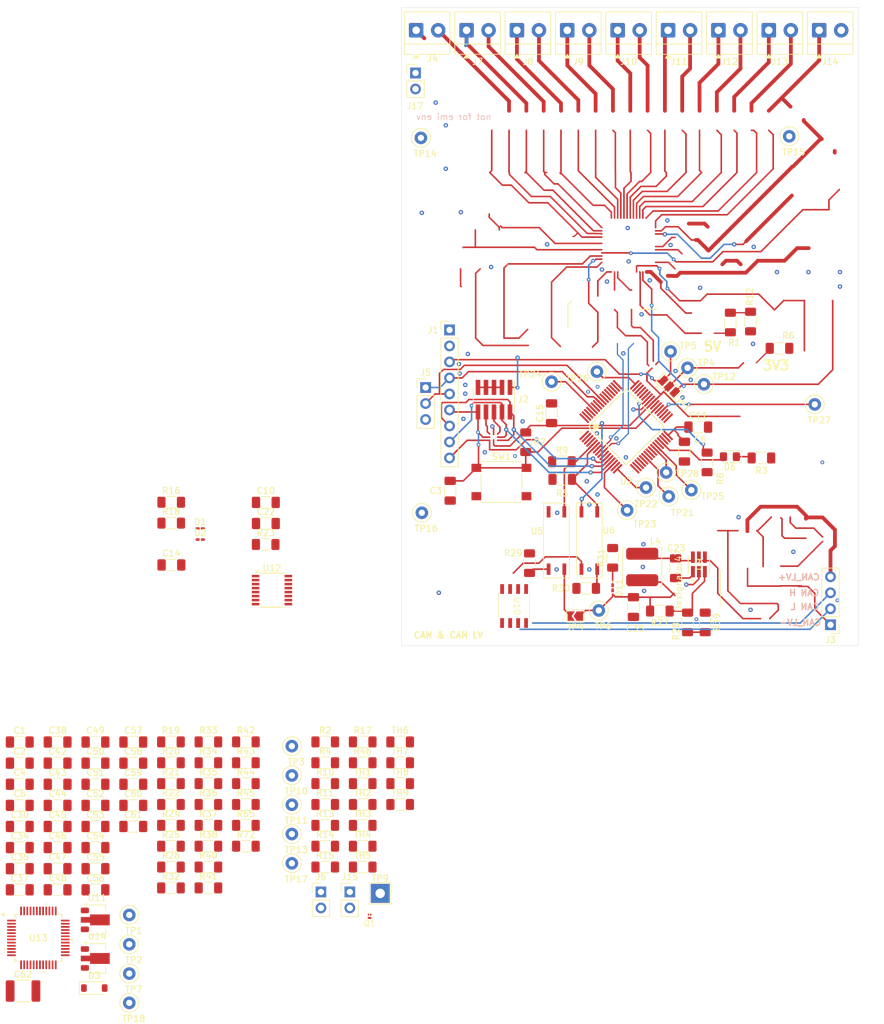
<source format=kicad_pcb>
(kicad_pcb (version 20241229) (generator "pcbnew") (generator_version "9.0")
  (layers (0 "F.Cu" signal) (2 "B.Cu" signal) (13 "F.Paste" user) (15 "B.Paste" user) (5 "F.SilkS" user "F.Silkscreen") (7 "B.SilkS" user "B.Silkscreen") (1 "F.Mask" user) (3 "B.Mask" user) (25 "Edge.Cuts" user))
  (net 0 "")
  (net 1 "RST_N")
  (net 2 "Net-(U2-VCORE)")
  (net 3 "GND")
  (net 4 "VDD")
  (net 5 "Net-(U9-FB)")
  (net 6 "Net-(D11-A)")
  (net 7 "Net-(U9-CB)")
  (net 8 "Net-(U9-SW)")
  (net 9 "/GLV CAN TRX/-GLV")
  (net 10 "+5V")
  (net 11 "Net-(D11-K)")
  (net 12 "-BATT")
  (net 14 "+BATT")
  (net 15 "/XDS_3v_supply")
  (net 16 "PA13_CAN_RX")
  (net 17 "Net-(U2-PA2_ROSC)")
  (net 18 "PA12_CAN_TX")
  (net 19 "Net-(D6-K)")
  (net 20 "Net-(U10-STBY)")
  (net 21 "/XDS_5v_supply")
  (net 22 "/GLV CAN TRX/+GLV")
  (net 23 "Net-(D6-A)")
  (net 24 "Net-(U10-TXD)")
  (net 25 "onboard 3.3v src")
  (net 26 "PA19_SWDIO")
  (net 27 "/XDS_TDO_SWO")
  (net 28 "PA18")
  (net 29 "/XDS_TDI")
  (net 30 "PA11_UART0-RX_XDS")
  (net 31 "PA10_UART0-TX_XDS")
  (net 32 "Net-(R1-Pad2)")
  (net 33 "Net-(U6--TX)")
  (net 34 "Net-(R28-Pad1)")
  (net 35 "Net-(U2-PB17_A1_4)")
  (net 36 "Net-(U2-PB19_A1_6)")
  (net 39 "Net-(U2-PB23)")
  (net 41 "/GLV CAN TRX/5v")
  (net 42 "Net-(U10-RXD)")
  (net 43 "/GLV CAN TRX/CAN_L")
  (net 44 "/GLV CAN TRX/CAN_H")
  (net 45 "Net-(U2-PB25_A0_4)")
  (net 47 "Net-(U2-PB8)")
  (net 49 "Net-(U2-PB1)")
  (net 51 "PA20_SWCLK")
  (net 54 "PA1")
  (net 57 "PA16_I2C1_SDA")
  (net 60 "PA14")
  (net 62 "PA15_I2C1_SCL")
  (net 70 "PB26")
  (net 74 "PA0")
  (net 82 "Net-(U2-PA29)")
  (net 84 "Net-(U2-PA25_A0_2)")
  (net 91 "Net-(D1-K)")
  (net 92 "Net-(D2-K)")
  (net 110 "Net-(U13-BAT)")
  (net 111 "Net-(U13-SRP)")
  (net 112 "Net-(U13-SRN)")
  (net 113 "Net-(U13-VC15)")
  (net 114 "Net-(U13-VC16)")
  (net 115 "Net-(U13-VC13)")
  (net 116 "Net-(U13-VC14)")
  (net 117 "Net-(U13-VC12)")
  (net 118 "Net-(U13-VC11)")
  (net 119 "Net-(U13-VC9)")
  (net 120 "Net-(U13-VC10)")
  (net 121 "Net-(U13-VC7)")
  (net 122 "Net-(U13-VC8)")
  (net 123 "Net-(U13-VC6)")
  (net 124 "Net-(U13-VC5)")
  (net 125 "Net-(U13-VC4)")
  (net 126 "Net-(U13-VC3)")
  (net 127 "Net-(U13-VC1)")
  (net 128 "Net-(U13-VC2)")
  (net 129 "Net-(U13-VC0)")
  (net 130 "Net-(C56-Pad1)")
  (net 131 "Net-(U13-REG18)")
  (net 132 "Net-(U13-CP1)")
  (net 133 "Net-(C62-Pad1)")
  (net 136 "/BQ76952 16C/1P")
  (net 137 "Net-(J6-Pin_1)")
  (net 138 "Net-(J6-Pin_2)")
  (net 139 "/BQ76952 16C/3P")
  (net 140 "/BQ76952 16C/2P")
  (net 141 "/BQ76952 16C/5P")
  (net 142 "/BQ76952 16C/4P")
  (net 143 "/BQ76952 16C/7P")
  (net 144 "/BQ76952 16C/6P")
  (net 145 "/BQ76952 16C/8P")
  (net 146 "/BQ76952 16C/9P")
  (net 147 "/BQ76952 16C/10P")
  (net 148 "/BQ76952 16C/11P")
  (net 149 "/BQ76952 16C/13P")
  (net 150 "/BQ76952 16C/12P")
  (net 151 "/BQ76952 16C/14P")
  (net 152 "/BQ76952 16C/15P")
  (net 153 "/BQ0_3.3v")
  (net 154 "/BQ76952 16C/RST_SHUT")
  (net 155 "/BQ76952 16C/SCL")
  (net 156 "/BAT")
  (net 157 "Net-(R10-Pad1)")
  (net 158 "/BQ76952 16C/PACK")
  (net 159 "/BQ76952 16C/LD")
  (net 160 "/BQ76952 16C/SDA")
  (net 161 "Net-(R45-Pad1)")
  (net 162 "/BQ76952 16C/TS1")
  (net 163 "/BQ76952 16C/TS2")
  (net 164 "/BQ76952 16C/TS3")
  (net 165 "/BQ76952 16C/HDQ")
  (net 166 "/BQ76952 16C/DFETOFF")
  (net 167 "/BQ76952 16C/DCHG")
  (net 168 "/BQ76952 16C/DDSG")
  (net 169 "/BQ76952 16C/ALERT")
  (net 170 "/BQ76952 16C/CFETOFF")
  (net 171 "Net-(U13-REGIN)")
  (net 172 "/BQ76952 16C/FUSE")
  (net 173 "Net-(U13-BREG)")
  (net 174 "/BQ76952 16C/DSG")
  (net 175 "/BQ76952 16C/CHG")
  (net 176 "/BQ76952 16C/PDSG")
  (net 178 "/BQ76952 16C/PCHG")
  (net 180 "/BQ0_5v")
  (footprint "TerminalBlock_MetzConnect:TerminalBlock_MetzConnect_Type059_RT06302HBWC_1x02_P3.50mm_Horizontal" (layer "F.Cu") (at 168.5 27.4175)
    (property "Reference" "J14")
    (property "Value" "Screw_Terminal_01x02")
  )
  (footprint "TestPoint:TestPoint_Loop_D2.50mm_Drill1.0mm_LowProfile" (layer "F.Cu") (at 84.7575 145.69)
    (property "Reference" "TP10")
    (property "Value" "TestPoint")
  )
  (footprint "TestPoint:TestPoint_Loop_D2.50mm_Drill1.0mm_LowProfile" (layer "F.Cu") (at 105.4 104)
    (property "Reference" "TP16")
    (property "Value" "TestPoint")
  )
  (footprint "Capacitor_SMD:C_1206_3216Metric_Pad1.33x1.80mm_HandSolder" (layer "F.Cu") (at 109.9 100.5 -90)
    (property "Reference" "C3")
    (property "Value" "100n")
  )
  (footprint "Resistor_SMD:R_1206_3216Metric_Pad1.30x1.75mm_HandSolder" (layer "F.Cu") (at 96.0075 146.99)
    (property "Reference" "TH1")
    (property "Value" "Thermistor_US")
  )
  (footprint "Capacitor_SMD:C_1206_3216Metric_Pad1.33x1.80mm_HandSolder" (layer "F.Cu") (at 59.5775 143.74)
    (property "Reference" "C58")
    (property "Value" "100n")
  )
  (footprint "TerminalBlock_MetzConnect:TerminalBlock_MetzConnect_Type059_RT06302HBWC_1x02_P3.50mm_Horizontal" (layer "F.Cu") (at 144.5 27.4175)
    (property "Reference" "J11")
    (property "Value" "Screw_Terminal_01x02")
  )
  (footprint "Capacitor_SMD:C_1206_3216Metric_Pad1.33x1.80mm_HandSolder" (layer "F.Cu") (at 47.5575 140.39)
    (property "Reference" "C38")
    (property "Value" "220n")
  )
  (footprint "TestPoint:TestPoint_THTPad_3.0x3.0mm_Drill1.5mm" (layer "F.Cu") (at 98.7875 164.41)
    (property "Reference" "TP9")
    (property "Value" "TestPoint")
  )
  (footprint "Resistor_SMD:R_1206_3216Metric_Pad1.30x1.75mm_HandSolder" (layer "F.Cu") (at 77.4575 140.37)
    (property "Reference" "R42")
    (property "Value" "50")
  )
  (footprint "zzLocalLibraries-Footprints:ISOM811_SOIC-4_DFG" (layer "F.Cu") (at 132 108.4)
    (property "Reference" "U6")
    (property "Value" "~")
  )
  (footprint "Capacitor_SMD:C_1206_3216Metric_Pad1.33x1.80mm_HandSolder" (layer "F.Cu") (at 53.5675 153.79)
    (property "Reference" "C53")
    (property "Value" "220n")
  )
  (footprint "Resistor_SMD:R_1206_3216Metric_Pad1.30x1.75mm_HandSolder" (layer "F.Cu") (at 77.4575 150.3)
    (property "Reference" "R45")
    (property "Value" "200")
  )
  (footprint "LED_SMD:LED_0805_2012Metric_Pad1.15x1.40mm_HandSolder" (layer "F.Cu") (at 154.324999 95.1 180)
    (property "Reference" "D6")
    (property "Value" "LED")
  )
  (footprint "Resistor_SMD:R_1206_3216Metric_Pad1.30x1.75mm_HandSolder" (layer "F.Cu") (at 159.324999 95.3)
    (property "Reference" "R3")
    (property "Value" "700")
  )
  (footprint "TestPoint:TestPoint_Loop_D2.50mm_Drill1.0mm_LowProfile" (layer "F.Cu") (at 138 103.6)
    (property "Reference" "TP23")
    (property "Value" "TestPoint")
  )
  (footprint "Capacitor_SMD:C_1206_3216Metric_Pad1.33x1.80mm_HandSolder" (layer "F.Cu") (at 59.5775 150.44)
    (property "Reference" "C60")
    (property "Value" "100n")
  )
  (footprint "TestPoint:TestPoint_Loop_D2.50mm_Drill1.0mm_LowProfile" (layer "F.Cu") (at 58.9375 172.49)
    (property "Reference" "TP2")
    (property "Value" "TestPoint")
  )
  (footprint "TestPoint:TestPoint_Loop_D2.50mm_Drill1.0mm_LowProfile" (layer "F.Cu") (at 105.25 44.5)
    (property "Reference" "TP14")
    (property "Value" "TestPoint")
  )
  (footprint "TestPoint:TestPoint_Loop_D2.50mm_Drill1.0mm_LowProfile" (layer "F.Cu") (at 58.9375 181.79)
    (property "Reference" "TP18")
    (property "Value" "TestPoint")
  )
  (footprint "TestPoint:TestPoint_Loop_D2.50mm_Drill1.0mm_LowProfile" (layer "F.Cu") (at 126 83.2)
    (property "Reference" "TP24")
    (property "Value" "TestPoint")
  )
  (footprint "Capacitor_SMD:C_1206_3216Metric_Pad1.33x1.80mm_HandSolder" (layer "F.Cu") (at 139 118.9625 -90)
    (property "Reference" "C35")
    (property "Value" "10u")
  )
  (footprint "Package_SO:SSOP-16_3.9x4.9mm_P0.635mm" (layer "F.Cu") (at 81.6 116.2775)
    (property "Reference" "U12")
    (property "Value" "FT230XS")
  )
  (footprint "zzLocalLibraries-Footprints:DBV0006A-MFG-IPC_A" (layer "F.Cu") (at 149.4 112.2 90)
    (property "Reference" "U9")
    (property "Value" "LMR51603XDBVR")
  )
  (footprint "Resistor_SMD:R_1206_3216Metric_Pad1.30x1.75mm_HandSolder" (layer "F.Cu") (at 65.6 102.3325)
    (property "Reference" "R16")
    (property "Value" "5k")
  )
  (footprint "Resistor_SMD:R_1206_3216Metric_Pad1.30x1.75mm_HandSolder" (layer "F.Cu") (at 101.9575 150.3)
    (property "Reference" "TH9")
    (property "Value" "Thermistor_US")
  )
  (footprint "Capacitor_SMD:C_1206_3216Metric_Pad1.33x1.80mm_HandSolder" (layer "F.Cu") (at 47.5575 150.44)
    (property "Reference" "C44")
    (property "Value" "220n")
  )
  (footprint "Diode_SMD:D_SOD-123" (layer "F.Cu") (at 53.3825 179.44)
    (property "Reference" "D3")
    (property "Value" "D_Zener_Small")
  )
  (footprint "Resistor_SMD:R_1206_3216Metric_Pad1.30x1.75mm_HandSolder" (layer "F.Cu") (at 96.0075 153.61)
    (property "Reference" "TH3")
    (property "Value" "Thermistor_US")
  )
  (footprint "Resistor_SMD:R_1206_3216Metric_Pad1.30x1.75mm_HandSolder" (layer "F.Cu") (at 96.0075 160.23)
    (property "Reference" "TH5")
    (property "Value" "Thermistor_US")
  )
  (footprint "Resistor_SMD:R_1206_3216Metric_Pad1.30x1.75mm_HandSolder" (layer "F.Cu") (at 135.7 111.149999 90)
    (property "Reference" "R31")
    (property "Value" "700")
  )
  (footprint "zzLocalLibraries-Footprints:SOT8001" (layer "F.Cu") (at 97.1 168.065)
    (property "Reference" "Q1")
    (property "Value" "~")
  )
  (footprint "Connector_PinHeader_1.27mm:PinHeader_2x05_P1.27mm_Vertical_SMD" (layer "F.Cu") (at 116.86 86.05 -90)
    (property "Reference" "J2")
    (property "Value" "Conn_02x05_Odd_Even")
  )
  (footprint "Inductor_SMD:L_TDK_VLS6045EX_VLS6045AF" (layer "F.Cu") (at 140.4 112.6 -90)
    (property "Reference" "L4")
    (property "Value" "100u")
  )
  (footprint "Resistor_SMD:R_1206_3216Metric_Pad1.30x1.75mm_HandSolder" (layer "F.Cu") (at 65.5575 153.61)
    (property "Reference" "R24")
    (property "Value" "50")
  )
  (footprint "Resistor_SMD:R_1206_3216Metric_Pad1.30x1.75mm_HandSolder" (layer "F.Cu") (at 96.0075 150.3)
    (property "Reference" "TH2")
    (property "Value" "Thermistor_US")
  )
  (footprint "TestPoint:TestPoint_Loop_D2.50mm_Drill1.0mm_LowProfile" (layer "F.Cu") (at 84.7575 141.04)
    (property "Reference" "TP3")
    (property "Value" "TestPoint")
  )
  (footprint "Resistor_SMD:R_1206_3216Metric_Pad1.30x1.75mm_HandSolder" (layer "F.Cu") (at 71.5075 140.37)
    (property "Reference" "R33")
    (property "Value" "50")
  )
  (footprint "Resistor_SMD:R_1206_3216Metric_Pad1.30x1.75mm_HandSolder" (layer "F.Cu") (at 71.5075 160.23)
    (property "Reference" "R40")
    (property "Value" "50")
  )
  (footprint "Capacitor_SMD:C_1206_3216Metric_Pad1.33x1.80mm_HandSolder" (layer "F.Cu") (at 147.1 94.3 -90)
    (property "Reference" "C5")
    (property "Value" "220n")
  )
  (footprint "Capacitor_SMD:C_1206_3216Metric_Pad1.33x1.80mm_HandSolder" (layer "F.Cu") (at 47.5575 147.09)
    (property "Reference" "C43")
    (property "Value" "220n")
  )
  (footprint "Resistor_SMD:R_1206_3216Metric_Pad1.30x1.75mm_HandSolder" (layer "F.Cu") (at 65.5575 160.23)
    (property "Reference" "R26")
    (property "Value" "100")
  )
  (footprint "Capacitor_SMD:C_1206_3216Metric_Pad1.33x1.80mm_HandSolder" (layer "F.Cu") (at 41.5475 153.79)
    (property "Reference" "C30")
    (property "Value" "100n")
  )
  (footprint "Package_TO_SOT_SMD:SOT-89-3" (layer "F.Cu") (at 53.8375 174.74)
    (property "Reference" "U14")
    (property "Value" "FCX495")
  )
  (footprint "zzLocalLibraries-Footprints:BQ76952_PFB48_TEX" (layer "F.Cu") (at 44.5035 171.476)
    (property "Reference" "U13")
    (property "Value" "PBQ76952PFBT")
  )
  (footprint "Resistor_SMD:R_1206_3216Metric_Pad1.30x1.75mm_HandSolder" (layer "F.Cu") (at 162.2 77.9 180)
    (property "Reference" "R6")
    (property "Value" "700")
  )
  (footprint "Resistor_SMD:R_1206_3216Metric_Pad1.30x1.75mm_HandSolder" (layer "F.Cu") (at 77.4575 146.99)
    (property "Reference" "R44")
    (property "Value" "50")
  )
  (footprint "Capacitor_SMD:C_1206_3216Metric_Pad1.33x1.80mm_HandSolder" (layer "F.Cu") (at 149.3 90.4)
    (property "Reference" "C11")
    (property "Value" "220n")
  )
  (footprint "TestPoint:TestPoint_Loop_D2.50mm_Drill1.0mm_LowProfile" (layer "F.Cu") (at 141 100)
    (property "Reference" "TP22")
    (property "Value" "TestPoint")
  )
  (footprint "TerminalBlock_MetzConnect:TerminalBlock_MetzConnect_Type059_RT06302HBWC_1x02_P3.50mm_Horizontal" (layer "F.Cu") (at 104.5 27.4175)
    (property "Reference" "J4")
    (property "Value" "Screw_Terminal_01x02")
  )
  (footprint "Resistor_SMD:R_1206_3216Metric_Pad1.30x1.75mm_HandSolder" (layer "F.Cu") (at 77.4575 156.92)
    (property "Reference" "R72")
    (property "Value" "200")
  )
  (footprint "Connector_PinHeader_2.54mm:PinHeader_1x02_P2.54mm_Vertical" (layer "F.Cu") (at 93.9675 164.18)
    (property "Reference" "J15")
    (property "Value" "Conn_01x02_Pin")
  )
  (footprint "TestPoint:TestPoint_Loop_D2.50mm_Drill1.0mm_LowProfile" (layer "F.Cu") (at 84.7575 154.99)
    (property "Reference" "TP13")
    (property "Value" "TestPoint")
  )
  (footprint "Resistor_SMD:R_1206_3216Metric_Pad1.30x1.75mm_HandSolder" (layer "F.Cu") (at 121.9 92.8 -90)
    (property "Reference" "R7")
    (property "Value" "50k")
  )
  (footprint "Resistor_SMD:R_1206_3216Metric_Pad1.30x1.75mm_HandSolder" (layer "F.Cu") (at 150.4 121.4 -90)
    (property "Reference" "R39")
    (property "Value" "9.53k")
  )
  (footprint "Resistor_SMD:R_1206_3216Metric_Pad1.30x1.75mm_HandSolder" (layer "F.Cu") (at 147.6 121.4 90)
    (property "Reference" "R28")
    (property "Value" "9.53k")
  )
  (footprint "Connector_PinHeader_2.54mm:PinHeader_1x02_P2.54mm_Vertical" (layer "F.Cu") (at 89.3775 164.18)
    (property "Reference" "J6")
    (property "Value" "Conn_01x02_Pin")
  )
  (footprint "Resistor_SMD:R_1206_3216Metric_Pad1.30x1.75mm_HandSolder" (layer "F.Cu") (at 90.0575 156.92)
    (property "Reference" "R14")
    (property "Value" "5k")
  )
  (footprint "Connector_PinHeader_2.54mm:PinHeader_1x09_P2.54mm_Vertical" (layer "F.Cu") (at 109.8 74.98)
    (property "Reference" "J1")
    (property "Value" "Conn_01x09_Socket")
  )
  (footprint "TestPoint:TestPoint_Loop_D2.50mm_Drill1.0mm_LowProfile" (layer "F.Cu") (at 144.9 78.4)
    (property "Reference" "TP5")
    (property "Value" "TestPoint")
  )
  (footprint "Resistor_SMD:R_1206_3216Metric_Pad1.30x1.75mm_HandSolder" (layer "F.Cu") (at 71.5075 143.68)
    (property "Reference" "R34")
    (property "Value" "50")
  )
  (footprint "Capacitor_SMD:C_1206_3216Metric_Pad1.33x1.80mm_HandSolder" (layer "F.Cu") (at 53.5675 163.84)
    (property "Reference" "C56")
    (property "Value" "100n")
  )
  (footprint "zzLocalLibraries-Footprints:SOIC-8_4.9x6.0mm_P1.27mm" (layer "F.Cu") (at 120.00355 118.8 -90)
    (property "Reference" "U10")
    (property "Value" "MCP2542FDxMF")
  )
  (footprint "Resistor_SMD:R_1206_3216Metric_Pad1.30x1.75mm_HandSolder" (layer "F.Cu") (at 77.4575 143.68)
    (property "Reference" "R43")
    (property "Value" "50")
  )
  (footprint "Resistor_SMD:R_1206_3216Metric_Pad1.30x1.75mm_HandSolder" (layer "F.Cu") (at 71.5075 156.92)
    (property "Reference" "R38")
    (property "Value" "50")
  )
  (footprint "Capacitor_SMD:C_1206_3216Metric_Pad1.33x1.80mm_HandSolder" (layer "F.Cu") (at 53.5675 150.44)
    (property "Reference" "C52")
    (property "Value" "220n")
  )
  (footprint "Capacitor_SMD:C_1812_4532Metric" (layer "F.Cu") (at 42.0675 179.91)
    (property "Reference" "C62")
    (property "Value" "1u")
  )
  (footprint "Resistor_SMD:R_1206_3216Metric_Pad1.30x1.75mm_HandSolder" (layer "F.Cu") (at 96.0075 156.92)
    (property "Reference" "TH4")
    (property "Value" "Thermistor_US")
  )
  (footprint "Capacitor_SMD:C_1206_3216Metric_Pad1.33x1.80mm_HandSolder" (layer "F.Cu") (at 47.5575 157.14)
    (property "Reference" "C46")
    (property "Value" "220n")
  )
  (footprint "Resistor_SMD:R_1206_3216Metric_Pad1.30x1.75mm_HandSolder" (layer "F.Cu") (at 150.7 96 90)
    (property "Reference" "R8")
    (property "Value" "100k")
  )
  (footprint "Resistor_SMD:R_1206_3216Metric_Pad1.30x1.75mm_HandSolder" (layer "F.Cu") (at 90.0575 140.37)
    (property "Reference" "R2")
    (property "Value" "50k")
  )
  (footprint "Resistor_SMD:R_1206_3216Metric_Pad1.30x1.75mm_HandSolder" (layer "F.Cu") (at 143.2 119.6 180)
    (property "Reference" "R27")
    (property "Value" "100k")
  )
  (footprint "Resistor_SMD:R_1206_3216Metric_Pad1.30x1.75mm_HandSolder" (layer "F.Cu") (at 131.5 116 180)
    (property "Reference" "R30")
    (property "Value" "700")
  )
  (footprint "Capacitor_SMD:C_1206_3216Metric_Pad1.33x1.80mm_HandSolder" (layer "F.Cu") (at 41.5475 143.74)
    (property "Reference" "C2")
    (property "Value" "10u")
  )
  (footprint "Capacitor_SMD:C_1206_3216Metric_Pad1.33x1.80mm_HandSolder" (layer "F.Cu") (at 41.5475 150.44)
    (property "Reference" "C6")
    (property "Value" "10u")
  )
  (footprint "Resistor_SMD:R_1206_3216Metric_Pad1.30x1.75mm_HandSolder" (layer "F.Cu") (at 65.5575 163.54)
    (property "Reference" "R32")
    (property "Value" "50")
  )
  (footprint "Resistor_SMD:R_1206_3216Metric_Pad1.30x1.75mm_HandSolder" (layer "F.Cu") (at 65.6 105.6425)
    (property "Reference" "R18")
    (property "Value" "5k")
  )
  (footprint "TestPoint:TestPoint_Loop_D2.50mm_Drill1.0mm_LowProfile" (layer "F.Cu") (at 147.6 81)
    (property "Reference" "TP4")
    (property "Value" "TestPoint")
  )
  (footprint "TestPoint:TestPoint_Loop_D2.50mm_Drill1.0mm_LowProfile" (layer "F.Cu") (at 144.2 97.6)
    (property "Reference" "TP28")
    (property "Value" "TestPoint")
  )
  (footprint "Resistor_SMD:R_1206_3216Metric_Pad1.30x1.75mm_HandSolder" (layer "F.Cu") (at 122.5 112 90)
    (property "Reference" "R29")
    (property "Value" "700")
  )
  (footprint "Jumper:SolderJumper-3_P1.3mm_Open_Pad1.0x1.5mm" (layer "F.Cu") (at 144.651293 83.951293 -45)
    (property "Reference" "JP1")
    (property "Value" "SolderJumper_3_Open")
  )
  (footprint "Capacitor_SMD:C_1206_3216Metric_Pad1.33x1.80mm_HandSolder" (layer "F.Cu") (at 126 88.2 90)
    (property "Reference" "C15")
    (property "Value" "100n")
  )
  (footprint "zzLocalLibraries-Footprints:MSPM0G3507-64-IPC_A" (layer "F.Cu") (at 137.851293 90.351293 45)
    (property "Reference" "U2")
    (property "Value" "MCU-MSM0G3507SPM")
  )
  (footprint "LED_SMD:LED_0201_0603Metric_Pad0.64x0.40mm_HandSolder" (layer "F.Cu") (at 135.7 115.9 -90)
    (property "Reference" "D11")
    (property "Value" "LED")
  )
  (footprint "TerminalBlock_MetzConnect:TerminalBlock_MetzConnect_Type059_RT06302HBWC_1x02_P3.50mm_Horizontal" (layer "F.Cu") (at 160.5 27.4175)
    (property "Reference" "J13")
    (property "Value" "Screw_Terminal_01x02")
  )
  (footprint "TestPoint:TestPoint_Loop_D2.50mm_Drill1.0mm_LowProfile" (layer "F.Cu") (at 144.6 101.4)
    (property "Reference" "TP21")
    (property "Value" "TestPoint")
  )
  (footprint "TerminalBlock_MetzConnect:TerminalBlock_MetzConnect_Type059_RT06302HBWC_1x02_P3.50mm_Horizontal" (layer "F.Cu") (at 120.5 27.4175)
    (property "Reference" "J8")
    (property "Value" "Screw_Terminal_01x02")
  )
  (footprint "Capacitor_SMD:C_1206_3216Metric_Pad1.33x1.80mm_HandSolder" (layer "F.Cu") (at 59.5775 140.39)
    (property "Reference" "C57")
    (property "Value" "10u")
  )
  (footprint "Capacitor_SMD:C_1206_3216Metric_Pad1.33x1.80mm_HandSolder" (layer "F.Cu") (at 47.5575 153.79)
    (property "Reference" "C45")
    (property "Value" "220n")
  )
  (footprint "TestPoint:TestPoint_Loop_D2.50mm_Drill1.0mm_LowProfile" (layer "F.Cu") (at 58.9375 177.14)
    (property "Reference" "TP7")
    (property "Value" "TestPoint")
  )
  (footprint "TestPoint:TestPoint_Loop_D2.50mm_Drill1.0mm_LowProfile" (layer "F.Cu") (at 167.8 86.8)
    (property "Reference" "TP27")
    (property "Value" "TestPoint")
  )
  (footprint "TerminalBlock_MetzConnect:TerminalBlock_MetzConnect_Type059_RT06302HBWC_1x02_P3.50mm_Horizontal" (layer "F.Cu") (at 128.5 27.4175)
    (property "Reference" "J9")
    (property "Value" "Screw_Terminal_01x02")
  )
  (footprint "Connector_PinHeader_2.54mm:PinHeader_1x02_P2.54mm_Vertical" (layer "F.Cu") (at 104.4 34.2)
    (property "Reference" "J17")
    (property "Value" "Conn_01x02_Pin")
  )
  (footprint "Resistor_SMD:R_1206_3216Metric_Pad1.30x1.75mm_HandSolder" (layer "F.Cu") (at 65.5575 143.68)
    (property "Reference" "R20")
    (property "Value" "50")
  )
  (footprint "Resistor_SMD:R_1206_3216Metric_Pad1.30x1.75mm_HandSolder" (layer "F.Cu") (at 96.0075 143.68)
    (property "Reference" "R46")
    (property "Value" "5k")
  )
  (footprint "Connector_PinHeader_2.54mm:PinHeader_1x04_P2.54mm_Vertical" (layer "F.Cu") (at 170.3 121.779999 180)
    (property "Reference" "J3")
    (property "Value" "Conn_01x04_Pin")
  )
  (footprint "Resistor_SMD:R_1206_3216Metric_Pad1.30x1.75mm_HandSolder" (layer "F.Cu") (at 101.9575 140.37)
    (property "Reference" "TH6")
    (property "Value" "Thermistor_US")
  )
  (footprint "Resistor_SMD:R_1206_3216Metric_Pad1.30x1.75mm_HandSolder" (layer "F.Cu") (at 90.0575 143.68)
    (property "Reference" "R4")
    (property "Value" "150")
  )
  (footprint "Resistor_SMD:R_1206_3216Metric_Pad1.30x1.75mm_HandSolder" (layer "F.Cu") (at 71.5075 150.3)
    (property "Reference" "R36")
    (property "Value" "50")
  )
  (footprint "Connector_PinHeader_2.54mm:PinHeader_1x03_P2.54mm_Vertical" (layer "F.Cu") (at 106 84.12)
    (property "Reference" "J5")
    (property "Value" "Conn_01x03_Pin")
  )
  (footprint "Package_TO_SOT_SMD:SOT-89-3" (layer "F.Cu") (at 53.8375 168.615)
    (property "Reference" "U11")
    (property "Value" "FCX495")
  )
  (footprint "Resistor_SMD:R_1206_3216Metric_Pad1.30x1.75mm_HandSolder" (layer "F.Cu") (at 154.4 73.8 90)
    (property "Reference" "R1")
    (property "Value" "200")
  )
  (footprint "Resistor_SMD:R_1206_3216Metric_Pad1.30x1.75mm_HandSolder" (layer "F.Cu") (at 127.7 98.7)
    (property "Reference" "R5")
    (property "Value" "5k")
  )
  (footprint "Resistor_SMD:R_1206_3216Metric_Pad1.30x1.75mm_HandSolder" (layer "F.Cu") (at 90.0575 146.99)
    (property "Reference" "R10")
    (property "Value" "5k")
  )
  (footprint "Resistor_SMD:R_1206_3216Metric_Pad1.30x1.75mm_HandSolder" (layer "F.Cu") (at 71.5075 163.54)
    (property "Reference" "R41")
    (property "Value" "50")
  )
  (footprint "Capacitor_SMD:C_1206_3216Metric_Pad1.33x1.80mm_HandSolder" (layer "F.Cu") (at 41.5475 157.14)
    (property "Reference" "C34")
    (property "Value" "100p")
  )
  (footprint "TestPoint:TestPoint_Loop_D2.50mm_Drill1.0mm_LowProfile" (layer "F.Cu") (at 84.7575 159.64)
    (property "Reference" "TP17")
    (property "Value" "TestPoint")
  )
  (footprint "TestPoint:TestPoint_Loop_D2.50mm_Drill1.0mm_LowProfile" (layer "F.Cu") (at 133.5 119.5)
    (property "Reference" "TP6")
    (property "Value" "TestPoint")
  )
  (footprint "Resistor_SMD:R_1206_3216Metric_Pad1.30x1.75mm_HandSolder" (layer "F.Cu") (at 77.4575 153.61)
    (property "Reference" "R65")
    (property "Value" "50k")
  )
  (footprint "Jumper:SolderJumper-2_P1.3mm_Open_TrianglePad1.0x1.5mm" (layer "F.Cu") (at 129.775001 120.4 180)
    (property "Reference" "JP4")
    (property "Value" "SolderJumper_2_Open")
  )
  (footprint "zzLocalLibraries-Footprints:ISOM811_SOIC-4_DFG" (layer "F.Cu") (at 126.78 108.399999 180)
    (property "Reference" "U5")
    (property "Value" "~")
  )
  (footprint "Capacitor_SMD:C_1206_3216Metric_Pad1.33x1.80mm_HandSolder" (layer "F.Cu") (at 59.5775 153.79)
    (property "Reference" "C61")
    (property "Value" "100n")
  )
  (footprint "Capacitor_SMD:C_1206_3216Metric_Pad1.33x1.80mm_HandSolder" (layer "F.Cu") (at 53.5675 140.39)
    (property "Reference" "C49")
    (property "Value" "220n")
  )
  (footprint "Resistor_SMD:R_1206_3216Metric_Pad1.30x1.75mm_HandSolder" (layer "F.Cu") (at 71.5075 153.61)
    (property "Reference" "R37")
    (property "Value" "50")
  )
  (footprint "Capacitor_SMD:C_1206_3216Metric_Pad1.33x1.80mm_HandSolder" (layer "F.Cu") (at 47.5575 160.49)
    (property "Reference" "C47")
    (property "Value" "220n")
  )
  (footprint "Resistor_SMD:R_1206_3216Metric_Pad1.30x1.75mm_HandSolder" (layer "F.Cu") (at 127.65 95.9)
    (property "Reference" "R9")
    (property "Value" "5k")
  )
  (footprint "Resistor_SMD:R_1206_3216Metric_Pad1.30x1.75mm_HandSolder" (layer "F.Cu") (at 90.0575 153.61)
    (property "Reference" "R13")
    (property "Value" "5k")
  )
  (footprint "Capacitor_SMD:C_1206_3216Metric_Pad1.33x1.80mm_HandSolder" (layer "F.Cu") (at 53.5675 147.09)
    (property "Reference" "C51")
    (property "Value" "220n")
  )
  (footprint "Resistor_SMD:R_1206_3216Metric_Pad1.30x1.75mm_HandSolder" (layer "F.Cu") (at 80.6 109.0325)
    (property "Reference" "R23")
    (property "Value" "50k")
  )
  (footprint "Resistor_SMD:R_1206_3216Metric_Pad1.30x1.75mm_HandSolder" (layer "F.Cu") (at 65.5575 140.37)
    (property "Reference" "R19")
    (property "Value" "50")
  )
  (footprint "TerminalBlock_MetzConnect:TerminalBlock_MetzConnect_Type059_RT06302HBWC_1x02_P3.50mm_Horizontal" (layer "F.Cu") (at 136.5 27.4175)
    (property "Reference" "J10")
    (property "Value" "Screw_Terminal_01x02")
  )
  (footprint "Capacitor_SMD:C_1206_3216Metric_Pad1.33x1.80mm_HandSolder" (layer "F.Cu") (at 41.5475 160.49)
    (property "Reference" "C36")
    (property "Value" "220n")
  )
  (footprint "TestPoint:TestPoint_Loop_D2.50mm_Drill1.0mm_LowProfile" (layer "F.Cu") (at 163.75 44.25)
    (property "Reference" "TP15")
    (property "Value" "TestPoint")
  )
  (footprint "Capacitor_SMD:C_1206_3216Metric_Pad1.33x1.80mm_HandSolder" (layer "F.Cu") (at 80.63 105.7025)
    (property "Reference" "C22")
    (property "Value" "220n")
  )
  (footprint "Capacitor_SMD:C_1206_3216Metric_Pad1.33x1.80mm_HandSolder" (layer "F.Cu") (at 41.5475 140.39)
    (property "Reference" "C1")
    (property "Value" "10u")
  )
  (footprint "Resistor_SMD:R_1206_3216Metric_Pad1.30x1.75mm_HandSolder" (layer "F.Cu") (at 157.6 73.649999 90)
    (property "Reference" "R12")
    (property "Value" "700")
  )
  (footprint "Capacitor_SMD:C_1206_3216Metric_Pad1.33x1.80mm_HandSolder" (layer "F.Cu") (at 47.5575 143.74)
    (property "Reference" "C42")
    (property "Value" "220n")
  )
  (footprint "Resistor_SMD:R_1206_3216Metric_Pad1.30x1.75mm_HandSolder" (layer "F.Cu") (at 65.5575 146.99)
    (property "Reference" "R21")
    (property "Value" "50")
  )
  (footprint "TerminalBlock_MetzConnect:TerminalBlock_MetzConnect_Type059_RT06302HBWC_1x02_P3.50mm_Horizontal" (layer "F.Cu") (at 152.5 27.4175)
    (property "Reference" "J12")
    (property "Value" "Screw_Terminal_01x02")
  )
  (footprint "Resistor_SMD:R_1206_3216Metric_Pad1.30x1.75mm_HandSolder" (layer "F.Cu") (at 96.0075 140.37)
    (property "Reference" "R17")
    (property "Value" "150")
  )
  (footprint "Resistor_SMD:R_1206_3216Metric_Pad1.30x1.75mm_HandSolder" (layer "F.Cu") (at 90.0575 160.23)
    (property "Reference" "R15")
    (property "Value" "5k")
  )
  (footprint "Resistor_SMD:R_1206_3216Metric_Pad1.30x1.75mm_HandSolder" (layer "F.Cu") (at 71.5075 146.99)
    (property "Reference" "R35")
    (property "Value" "50")
  )
  (footprint "Capacitor_SMD:C_1206_3216Metric_Pad1.33x1.80mm_HandSolder" (layer "F.Cu") (at 47.5575 163.84)
    (property "Reference" "C48")
    (property "Value" "220n")
  )
  (footprint "Capacitor_SMD:C_1206_3216Metric_Pad1.33x1.80mm_HandSolder" (layer "F.Cu") (at 145.700002 112.8 90)
    (property "Reference" "C23")
    (property "Value" "100n")
  )
  (footprint "Capacitor_SMD:C_1206_3216Metric_Pad1.33x1.80mm_HandSolder" (layer "F.Cu") (at 59.5775 147.09)
    (property "Reference" "C59")
    (property "Value" "100n")
  )
  (footprint "Resistor_SMD:R_1206_3216Metric_Pad1.30x1.75mm_HandSolder" (layer "F.Cu") (at 65.5575 156.92)
    (property "Reference" "R25")
    (property "Value" "100")
  )
  (footprint "Capacitor_SMD:C_1206_3216Metric_Pad1.33x1.80mm_HandSolder" (layer "F.Cu") (at 53.5675 157.14)
    (property "Reference" "C54")
    (property "Value" "220n")
  )
  (footprint "TestPoint:TestPoint_Loop_D2.50mm_Drill1.0mm_LowProfile" (layer "F.Cu") (at 84.7575 150.34)
    (property "Reference" "TP11")
    (property "Value" "TestPoint")
  )
  (footprint "TestPoint:TestPoint_Loop_D2.50mm_Drill1.0mm_LowProfile" (layer "F.Cu") (at 133.2 81.6)
    (property "Reference" "TP26")
    (property "Value" "TestPoint")
  )
  (footprint "LED_SMD:LED_0201_0603Metric_Pad0.64x0.40mm_HandSolder" (layer "F.Cu") (at 70.21 108.2525)
    (property "Reference" "D2")
    (property "Value" "LED")
  )
  (footprint "Capacitor_SMD:C_1206_3216Metric_Pad1.33x1.80mm_HandSolder" (layer "F.Cu") (at 53.5675 143.74)
    (property "Reference" "C50")
    (property "Value" "220n")
  )
  (footprint "TestPoint:TestPoint_Loop_D2.50mm_Drill1.0mm_LowProfile" (layer "F.Cu") (at 150.2 83.6)
    (property "Reference" "TP12")
    (property "Value" "TestPoint")
  )
  (footprint "Resistor_SMD:R_1206_3216Metric_Pad1.30x1.75mm_HandSolder" (layer "F.Cu") (at 101.9575 143.68)
    (property "Reference" "TH7")
    (property "Value" "Thermistor_US")
  )
  (footprint "TerminalBlock_MetzConnect:TerminalBlock_MetzConnect_Type059_RT06302HBWC_1x02_P3.50mm_Horizontal" (layer "F.Cu") (at 112.5 27.4175)
    (property "Reference" "J7")
    (property "Value" "Screw_Terminal_01x02")
  )
  (footprint "Button_Switch_SMD:SW_SPST_PTS645" (layer "F.Cu") (at 118.04 99.12)
    (property "Reference" "SW1")
    (property "Value" "SW_Push")
  )
  (footprint "Resistor_SMD:R_1206_3216Metric_Pad1.30x1.75mm_HandSolder" (layer "F.Cu") (at 65.5575 150.3)
    (property "Reference" "R22")
    (property "Value" "50")
  )
  (footprint "Capacitor_SMD:C_1206_3216Metric_Pad1.33x1.80mm_HandSolder" (layer "F.Cu") (at 41.5475 147.09)
    (property "Reference" "C4")
    (property "Value" "10u")
  )
  (footprint "TestPoint:TestPoint_Loop_D2.50mm_Drill1.0mm_LowProfile" (layer "F.Cu") (at 148.2 100.4)
    (property "Reference" "TP25")
    (property "Value" "TestPoint")
  )
  (footprint "TestPoint:TestPoint_Loop_D2.50mm_Drill1.0mm_LowProfile" (layer "F.Cu") (at 58.9375 167.84)
    (property "Reference" "TP1")
    (property "Value" "TestPoint")
  )
  (footprint "Capacitor_SMD:C_1206_3216Metric_Pad1.33x1.80mm_HandSolder" (layer "F.Cu") (at 80.63 102.3525)
    (property "Reference" "C10")
    (property "Value" "10u")
  )
  (footprint "Capacitor_SMD:C_1206_3216Metric_Pad1.33x1.80mm_HandSolder" (layer "F.Cu") (at 65.63 112.2825)
    (property "Reference" "C14")
    (property "Value" "10u")
  )
  (footprint "Resistor_SMD:R_1206_3216Metric_Pad1.30x1.75mm_HandSolder" (layer "F.Cu") (at 90.0575 150.3)
    (property "Reference" "R11")
    (property "Value" "50k")
  )
  (footprint "LED_SMD:LED_0201_0603Metric_Pad0.64x0.40mm_HandSolder" (layer "F.Cu") (at 70.21 106.5025)
    (property "Reference" "D1")
    (property "Value" "LED")
  )
  (footprint "Capacitor_SMD:C_1206_3216Metric_Pad1.33x1.80mm_HandSolder" (layer "F.Cu") (at 53.5675 160.49)
    (property "Reference" "C55")
    (property "Value" "220n")
  )
  (footprint "Capacitor_SMD:C_1206_3216Metric_Pad1.33x1.80mm_HandSolder" (layer "F.Cu") (at 41.5475 163.84)
    (property "Reference" "C37")
    (property "Value" "220n")
  )
  (footprint "Resistor_SMD:R_1206_3216Metric_Pad1.30x1.75mm_HandSolder" (layer "F.Cu") (at 101.9575 146.99)
    (property "Reference" "TH8")
    (property "Value" "Thermistor_US")
  )
  (gr_line (start 140 71.7) (end 142.7 71.7) (stroke (width 0.15)) (layer "F.SilkS"))
  (gr_line (start 152.8 113.4) (end 153.2 113) (stroke (width 0.1)) (layer "F.SilkS"))
  (gr_line (start 129.2 70.4) (end 128.6 71) (stroke (width 0.15)) (layer "F.SilkS"))
  (gr_line (start 152.8 118.8) (end 152.8 113.4) (stroke (width 0.1)) (layer "F.SilkS"))
  (gr_line (start 128.6 71) (end 128.6 74.5) (stroke (width 0.15)) (layer "F.SilkS"))
  (gr_rect (start 102.2 23.8) (end 174.7 125.1) (stroke (width 0.05)) (fill no) (layer "Edge.Cuts"))
  (gr_text "5V" (at 150 78.5 0) (layer "F.SilkS") (effects (font (size 1.5 1.5) (thickness 0.3) (bold yes)) (justify left bottom)))
  (gr_text "3V3" (at 159.4 81.5 0) (layer "F.SilkS") (effects (font (size 1.5 1.5) (thickness 0.3) (bold yes)) (justify left bottom)))
  (gr_text "CAN & CAN LV" (at 104 124 0) (layer "F.SilkS") (effects (font (size 1 1) (thickness 0.2032)) (justify left bottom)))
  (gr_text "CAN_LV-" (at 168.9 122 0) (layer "B.SilkS") (effects (font (size 1 1) (thickness 0.2032)) (justify left bottom mirror)))
  (gr_text "CAN H" (at 168.6 117.3 0) (layer "B.SilkS") (effects (font (size 1 1) (thickness 0.2032)) (justify left bottom mirror)))
  (gr_text "not for emi env" (at 116.5 41.75 0) (layer "B.SilkS") (effects (font (size 1 1) (thickness 0.1)) (justify left bottom mirror)))
  (gr_text "CAN_LV+" (at 168.7 114.8 -0) (layer "B.SilkS") (effects (font (size 1 1) (thickness 0.2032)) (justify left bottom mirror)))
  (gr_text "CAN L" (at 168.6 119.5 0) (layer "B.SilkS") (effects (font (size 1 1) (thickness 0.2032)) (justify left bottom mirror)))
  (segment (start 124.919643 50) (end 125.22645 50) (width 0.25) (layer "F.Cu") (net 0))
  (segment (start 166.847349 62) (end 165 62) (width 0.6) (layer "F.Cu") (net 0))
  (segment (start 111.549999 67.999998) (end 111.650001 68.1) (width 0.25) (layer "F.Cu") (net 0))
  (segment (start 164.286042 49.021926) (end 150.924085 62.383883) (width 0.6) (layer "F.Cu") (net 0))
  (segment (start 119.3125 50) (end 119.3125 50.3125) (width 0.25) (layer "F.Cu") (net 0))
  (segment (start 121.794643 50) (end 122 50) (width 0.25) (layer "F.Cu") (net 0))
  (segment (start 124.75 43.300001) (end 124.75 49.830357) (width 0.25) (layer "F.Cu") (net 0))
  (segment (start 142.52355 61.749999) (end 143.650001 61.749999) (width 0.25) (layer "F.Cu") (net 0))
  (segment (start 162 118.6) (end 161.8 118.4) (width 0.25) (layer "F.Cu") (net 0))
  (segment (start 119.6 52) (end 122.4 54.8) (width 0.25) (layer "F.Cu") (net 0))
  (segment (start 139.999999 57.226451) (end 139.999999 55.400001) (width 0.25) (layer "F.Cu") (net 0))
  (segment (start 131.671 59.671) (end 133.001001 59.671) (width 0.25) (layer "F.Cu") (net 0))
  (segment (start 117.7 58.7) (end 117.7 59.1) (width 0.25) (layer "F.Cu") (net 0))
  (segment (start 163.9 104.68875) (end 163.899999 105.53875) (width 0.25) (layer "F.Cu") (net 0))
  (segment (start 156.409708 61.4) (end 156.904854 60.904854) (width 0.25) (layer "F.Cu") (net 0))
  (segment (start 139.500001 54.899999) (end 140.6 53.8) (width 0.25) (layer "F.Cu") (net 0))
  (segment (start 136.500001 66.703) (end 138.447001 68.65) (width 0.25) (layer "F.Cu") (net 0))
  (segment (start 133.350001 69.6) (end 133.350001 67.2) (width 0.25) (layer "F.Cu") (net 0))
  (segment (start 135.499998 56.299998) (end 134.4 55.2) (width 0.25) (layer "F.Cu") (net 0))
  (segment (start 129.4 60.1375) (end 129.6125 60.1375) (width 0.2) (layer "F.Cu") (net 0))
  (segment (start 133.045385 63.749999) (end 132.795384 64) (width 0.25) (layer "F.Cu") (net 0))
  (segment (start 162.6 107.63875) (end 163 108.03875) (width 0.25) (layer "F.Cu") (net 0))
  (segment (start 123.3 61.8625) (end 120.8 61.8625) (width 0.25) (layer "F.Cu") (net 0))
  (segment (start 124.8 52.8) (end 126.2 52.8) (width 0.25) (layer "F.Cu") (net 0))
  (segment (start 122.4 54.8) (end 125.4 54.8) (width 0.25) (layer "F.Cu") (net 0))
  (segment (start 156 118.4) (end 154 116.4) (width 0.25) (layer "F.Cu") (net 0))
  (segment (start 138.7 74.3) (end 139 74.6) (width 0.25) (layer "F.Cu") (net 0))
  (segment (start 158.750001 64) (end 156.850001 65.9) (width 0.6) (layer "F.Cu") (net 0))
  (segment (start 127.5 43.300001) (end 127.5 49.901786) (width 0.25) (layer "F.Cu") (net 0))
  (segment (start 149.244186 60.703984) (end 150.924085 62.383883) (width 0.6) (layer "F.Cu") (net 0))
  (segment (start 159.25 62.55) (end 163.75 58.05) (width 0.25) (layer "F.Cu") (net 0))
  (segment (start 162.4 112.47625) (end 165.1125 112.47625) (width 0.25) (layer "F.Cu") (net 0))
  (segment (start 141 57.22645) (end 142.12645 56.1) (width 0.25) (layer "F.Cu") (net 0))
  (segment (start 164.8 106.438751) (end 167.637499 106.43875) (width 0.25) (layer "F.Cu") (net 0))
  (segment (start 152.4625 56.1) (end 158.5625 50) (width 0.25) (layer "F.Cu") (net 0))
  (segment (start 142.523549 62.250002) (end 146.05797 62.250002) (width 0.25) (layer "F.Cu") (net 0))
  (segment (start 136.000001 55.473215) (end 136.000001 57.226452) (width 0.25) (layer "F.Cu") (net 0))
  (segment (start 130.175 59.575) (end 130.849999 60.249999) (width 0.25) (layer "F.Cu") (net 0))
  (segment (start 142.155833 76.655833) (end 142.155833 79.948728) (width 0.25) (layer "F.Cu") (net 0))
  (segment (start 147.796016 58.103984) (end 150.303984 58.103984) (width 0.6) (layer "F.Cu") (net 0))
  (segment (start 147.348214 43.898215) (end 146.75 43.300001) (width 0.25) (layer "F.Cu") (net 0))
  (segment (start 119.3125 50.3125) (end 122.8 53.8) (width 0.25) (layer "F.Cu") (net 0))
  (segment (start 140.6 53.8) (end 146.030357 53.8) (width 0.25) (layer "F.Cu") (net 0))
  (segment (start 162.88 70.32) (end 166.15 70.32) (width 0.25) (layer "F.Cu") (net 0))
  (segment (start 143.5 56.7) (end 153.9 56.7) (width 0.25) (layer "F.Cu") (net 0))
  (segment (start 137.999999 53.400001) (end 140 51.4) (width 0.25) (layer "F.Cu") (net 0))
  (segment (start 153.9 56.7) (end 161.2 49.4) (width 0.25) (layer "F.Cu") (net 0))
  (segment (start 124.75 49.830357) (end 124.919643 50) (width 0.25) (layer "F.Cu") (net 0))
  (segment (start 155.456138 64) (end 156.032053 64.575915) (width 0.6) (layer "F.Cu") (net 0))
  (segment (start 140.341071 51.4) (end 141.741071 50) (width 0.25) (layer "F.Cu") (net 0))
  (segment (start 139.500001 57.226449) (end 139.500001 54.899999) (width 0.25) (layer "F.Cu") (net 0))
  (segment (start 164.368366 49.021926) (end 164.286042 49.021926) (width 0.6) (layer "F.Cu") (net 0))
  (segment (start 137.999999 57.226451) (end 137.999999 53.400001) (width 0.25) (layer "F.Cu") (net 0))
  (segment (start 118.1875 52) (end 119.6 52) (width 0.25) (layer "F.Cu") (net 0))
  (segment (start 153.6 69.3) (end 158.9 69.3) (width 0.25) (layer "F.Cu") (net 0))
  (segment (start 149.65 70.35) (end 150.45 69.55) (width 0.25) (layer "F.Cu") (net 0))
  (segment (start 149.5 49.669643) (end 149.830357 50) (width 0.25) (layer "F.Cu") (net 0))
  (segment (start 126 67.4) (end 128.4 65) (width 0.25) (layer "F.Cu") (net 0))
  (segment (start 119.25 49.9375) (end 119.3125 50) (width 0.25) (layer "F.Cu") (net 0))
  (segment (start 129.6125 60.1375) (end 130.175 59.575) (width 0.2) (layer "F.Cu") (net 0))
  (segment (start 131.9 66.9) (end 131.9 67) (width 0.25) (layer "F.Cu") (net 0))
  (segment (start 139.000002 54.399998) (end 140.4 53) (width 0.25) (layer "F.Cu") (net 0))
  (segment (start 136.46 74.6) (end 137.76 75.9) (width 0.25) (layer "F.Cu") (net 0))
  (segment (start 134.4 55.2) (end 132.601786 55.2) (width 0.25) (layer "F.Cu") (net 0))
  (segment (start 148.203984 60.703984) (end 146.1 58.6) (width 0.25) (layer "F.Cu") (net 0))
  (segment (start 153.225 62.55) (end 159.25 62.55) (width 0.25) (layer "F.Cu") (net 0))
  (segment (start 153.692032 64) (end 155.456138 64) (width 0.6) (layer "F.Cu") (net 0))
  (segment (start 148.355357 54.6) (end 152.955357 50) (width 0.25) (layer "F.Cu") (net 0))
  (segment (start 144.102999 58.6) (end 143.452998 59.250001) (width 0.25) (layer "F.Cu") (net 0))
  (segment (start 135.499998 57.226447) (end 135.499998 56.299998) (width 0.25) (layer "F.Cu") (net 0))
  (segment (start 150.7 69.3) (end 150.45 69.55) (width 0.25) (layer "F.Cu") (net 0))
  (segment (start 123.3 58.7375) (end 124.0375 58.7375) (width 0.25) (layer "F.Cu") (net 0))
  (segment (start 140 51.4) (end 140.341071 51.4) (width 0.25) (layer "F.Cu") (net 0))
  (segment (start 122.2 74.9) (end 120.82 76.28) (width 0.25) (layer "F.Cu") (net 0))
  (segment (start 146.1 58.6) (end 144.102999 58.6) (width 0.25) (layer "F.Cu") (net 0))
  (segment (start 158.75 106.83875) (end 158.6 106.83875) (width 0.25) (layer "F.Cu") (net 0))
  (segment (start 138.616071 50) (end 138.616071 51.383929) (width 0.25) (layer "F.Cu") (net 0))
  (segment (start 163 64) (end 158.750001 64) (width 0.6) (layer "F.Cu") (net 0))
  (segment (start 118.45 76.28) (end 118.45 68.32) (width 0.25) (layer "F.Cu") (net 0))
  (segment (start 118.45 65.15) (end 118.9 64.7) (width 0.25) (layer "F.Cu") (net 0))
  (segment (start 133.001001 59.6857) (end 133.91215 59.6857) (width 0.25) (layer "F.Cu") (net 0))
  (segment (start 137.499998 52.500002) (end 137.499998 57.22645) (width 0.25) (layer "F.Cu") (net 0))
  (segment (start 154 115.63875) (end 154 112.83875) (width 0.25) (layer "F.Cu") (net 0))
  (segment (start 142.6 52.2) (end 144.223214 50.576786) (width 0.25) (layer "F.Cu") (net 0))
  (segment (start 141.212895 76.912895) (end 141.212895 80.42) (width 0.25) (layer "F.Cu") (net 0))
  (segment (start 136.133929 43.68393) (end 135.75 43.300001) (width 0.25) (layer "F.Cu") (net 0))
  (segment (start 126.550001 61.250001) (end 133.97645 61.250001) (width 0.25) (layer "F.Cu") (net 0))
  (segment (start 142.523553 57.676447) (end 143.5 56.7) (width 0.25) (layer "F.Cu") (net 0))
  (segment (start 155.4375 43.737501) (end 155 43.300001) (width 0.25) (layer "F.Cu") (net 0))
  (segment (start 133 49.991071) (end 133.008929 50) (width 0.25) (layer "F.Cu") (net 0))
  (segment (start 162 119.449998) (end 162 118.6) (width 0.25) (layer "F.Cu") (net 0))
  (segment (start 143.650001 61.749999) (end 145.103984 60.296016) (width 0.25) (layer "F.Cu") (net 0))
  (segment (start 151.603302 64.171698) (end 153.225 62.55) (width 0.25) (layer "F.Cu") (net 0))
  (segment (start 145.907109 66.420509) (end 145.339337 66.420509) (width 0.6) (layer "F.Cu") (net 0))
  (segment (start 144.57132 64.25) (end 145.581802 65.260482) (width 0.25) (layer "F.Cu") (net 0))
  (segment (start 138.5 49.883929) (end 138.616071 50) (width 0.25) (layer "F.Cu") (net 0))
  (segment (start 161.4 71.8) (end 162.88 70.32) (width 0.25) (layer "F.Cu") (net 0))
  (segment (start 146.030357 53.8) (end 149.830357 50) (width 0.25) (layer "F.Cu") (net 0))
  (segment (start 166.12 70.35) (end 166.15 70.32) (width 0.25) (layer "F.Cu") (net 0))
  (segment (start 141.741071 50) (end 141.741071 43.791072) (width 0.25) (layer "F.Cu") (net 0))
  (segment (start 133.008929 50) (end 133.008929 50.758929) (width 0.25) (layer "F.Cu") (net 0))
  (segment (start 143.360482 68.360482) (end 143.360482 67.381802) (width 0.25) (layer "F.Cu") (net 0))
  (segment (start 162.4 104.776251) (end 162.600001 104.976251) (width 0.25) (layer "F.Cu") (net 0))
  (segment (start 168.704135 44.686157) (end 168.916117 44.686157) (width 0.6) (layer "F.Cu") (net 0))
  (segment (start 116.096016 56.596016) (end 116.096016 57.096016) (width 0.25) (layer "F.Cu") (net 0))
  (segment (start 123.3 58.7375) (end 120.8 58.7375) (width 0.25) (layer "F.Cu") (net 0))
  (segment (start 138.616071 51.383929) (end 137.499998 52.500002) (width 0.25) (layer "F.Cu") (net 0))
  (segment (start 165.9 55.9) (end 163.75 58.05) (width 0.25) (layer "F.Cu") (net 0))
  (segment (start 136.133929 50) (end 136.15 50.016071) (width 0.25) (layer "F.Cu") (net 0))
  (segment (start 122 43.300001) (end 122 49.794643) (width 0.25) (layer "F.Cu") (net 0))
  (segment (start 132.795384 64) (end 132.6 64) (width 0.25) (layer "F.Cu") (net 0))
  (segment (start 137.76 75.9) (end 140.2 75.9) (width 0.25) (layer "F.Cu") (net 0))
  (segment (start 111.549999 65.3) (end 111.549999 67.999998) (width 0.25) (layer "F.Cu") (net 0))
  (segment (start 136.133929 50) (end 136.133929 43.68393) (width 0.25) (layer "F.Cu") (net 0))
  (segment (start 130.25 43.300001) (end 130.25 49.723214) (width 0.25) (layer "F.Cu") (net 0))
  (segment (start 140.8 54.6) (end 148.355357 54.6) (width 0.25) (layer "F.Cu") (net 0))
  (segment (start 116.5 49.6875) (end 116.1875 50) (width 0.25) (layer "F.Cu") (net 0))
  (segment (start 138.7 71.75) (end 138.7 74.3) (width 0.25) (layer "F.Cu") (net 0))
  (segment (start 116.5 43.300001) (end 116.5 49.6875) (width 0.25) (layer "F.Cu") (net 0))
  (segment (start 136.46 72.21) (end 136 71.75) (width 0.25) (layer "F.Cu") (net 0))
  (segment (start 133 43.300001) (end 133 49.991071) (width 0.25) (layer "F.Cu") (net 0))
  (segment (start 145.103984 60.296016) (end 145.603984 60.296016) (width 0.25) (layer "F.Cu") (net 0))
  (segment (start 136.500001 54.250001) (end 136.500001 57.22645) (width 0.25) (layer "F.Cu") (net 0))
  (segment (start 130.25 49.723214) (end 130.526786 50) (width 0.25) (layer "F.Cu") (net 0))
  (segment (start 143.360482 67.381802) (end 141.752233 65.773553) (width 0.6) (layer "F.Cu") (net 0))
  (segment (start 122 50) (end 124.8 52.8) (width 0.25) (layer "F.Cu") (net 0))
  (segment (start 133.35 72.2) (end 133.35 76.85) (width 0.25) (layer "F.Cu") (net 0))
  (segment (start 122.8 53.8) (end 125.8 53.8) (width 0.25) (layer "F.Cu") (net 0))
  (segment (start 140.4 53) (end 144.348214 53) (width 0.25) (layer "F.Cu") (net 0))
  (segment (start 156.850001 65.9) (end 146.427618 65.9) (width 0.6) (layer "F.Cu") (net 0))
  (segment (start 139.999999 55.400001) (end 140.8 54.6) (width 0.25) (layer "F.Cu") (net 0))
  (segment (start 136.15 52.4) (end 136.999999 53.249999) (width 0.25) (layer "F.Cu") (net 0))
  (segment (start 132.65 59.25) (end 133.976451 59.25) (width 0.25) (layer "F.Cu") (net 0))
  (segment (start 113.95 68.32) (end 113.95 66.000001) (width 0.25) (layer "F.Cu") (net 0))
  (segment (start 159.6 107.83875) (end 158.6 106.83875) (width 0.25) (layer "F.Cu") (net 0))
  (segment (start 145.771698 64.171698) (end 151.603302 64.171698) (width 0.25) (layer "F.Cu") (net 0))
  (segment (start 164.159769 53.649939) (end 156.904854 60.904854) (width 0.6) (layer "F.Cu") (net 0))
  (segment (start 133.97645 58.75) (end 127.02645 51.8) (width 0.25) (layer "F.Cu") (net 0))
  (segment (start 141.741071 43.791072) (end 141.25 43.300001) (width 0.25) (layer "F.Cu") (net 0))
  (segment (start 166.15 70.32) (end 166.15 78.28) (width 0.25) (layer "F.Cu") (net 0))
  (segment (start 150.303984 58.103984) (end 150.803984 58.603984) (width 0.6) (layer "F.Cu") (net 0))
  (segment (start 132.601786 55.2) (end 127.401786 50) (width 0.25) (layer "F.Cu") (net 0))
  (segment (start 163.899999 105.53875) (end 164.8 106.438751) (width 0.25) (layer "F.Cu") (net 0))
  (segment (start 157.75 43.300001) (end 158.100001 43.300001) (width 0.25) (layer "F.Cu") (net 0))
  (segment (start 154 112.83875) (end 154 106.83875) (width 0.25) (layer "F.Cu") (net 0))
  (segment (start 144.45 68.45) (end 146.35 70.35) (width 0.25) (layer "F.Cu") (net 0))
  (segment (start 162.600001 104.976251) (end 162.6 107.63875) (width 0.25) (layer "F.Cu") (net 0))
  (segment (start 143.950001 59.750001) (end 144 59.8) (width 0.25) (layer "F.Cu") (net 0))
  (segment (start 154.140291 59.250001) (end 154.695146 58.695146) (width 0.25) (layer "F.Cu") (net 0))
  (segment (start 163 108.03875) (end 166.399999 108.03875) (width 0.25) (layer "F.Cu") (net 0))
  (segment (start 167.637499 106.43875) (end 169.0375 107.838751) (width 0.25) (layer "F.Cu") (net 0))
  (segment (start 116.096016 57.096016) (end 117.7 58.7) (width 0.25) (layer "F.Cu") (net 0))
  (segment (start 127.02645 51.8) (end 126.4 51.8) (width 0.25) (layer "F.Cu") (net 0))
  (segment (start 155.6 106.83875) (end 154 106.83875) (width 0.25) (layer "F.Cu") (net 0))
  (segment (start 130.849999 60.249999) (end 133.976449 60.249999) (width 0.25) (layer "F.Cu") (net 0))
  (segment (start 136.15 50.016071) (end 136.15 52.4) (width 0.25) (layer "F.Cu") (net 0))
  (segment (start 161.2 44.000001) (end 160.5 43.300001) (width 0.25) (layer "F.Cu") (net 0))
  (segment (start 138.447001 68.65) (end 138.7 68.65) (width 0.25) (layer "F.Cu") (net 0))
  (segment (start 153.6 69.3) (end 150.7 69.3) (width 0.25) (layer "F.Cu") (net 0))
  (segment (start 138.499999 57.22645) (end 138.499999 53.900001) (width 0.25) (layer "F.Cu") (net 0))
  (segment (start 118.1375 58.7375) (end 117.896016 58.496016) (width 0.25) (layer "F.Cu") (net 0))
  (segment (start 115.11 77.44) (end 113.95 76.28) (width 0.25) (layer "F.Cu") (net 0))
  (segment (start 150.575915 62.383883) (end 150.924085 62.383883) (width 0.25) (layer "F.Cu") (net 0))
  (segment (start 134.776451 65.77355) (end 133.350001 67.2) (width 0.25) (layer "F.Cu") (net 0))
  (segment (start 148.896016 60.703984) (end 148.203984 60.703984) (width 0.25) (layer "F.Cu") (net 0))
  (segment (start 144.348214 53) (end 147.348214 50) (width 0.25) (layer "F.Cu") (net 0))
  (segment (start 133.001001 59.671) (end 133.001001 59.6857) (width 0.25) (layer "F.Cu") (net 0))
  (segment (start 138.5 43.300001) (end 138.5 49.883929) (width 0.25) (layer "F.Cu") (net 0))
  (segment (start 141.212895 80.42) (end 141.448728 80.655833) (width 0.25) (layer "F.Cu") (net 0))
  (segment (start 140.2 75.9) (end 141.212895 76.912895) (width 0.25) (layer "F.Cu") (net 0))
  (segment (start 118.45 68.32) (end 118.45 65.15) (width 0.25) (layer "F.Cu") (net 0))
  (segment (start 133.976447 64.250002) (end 133.226449 65) (width 0.25) (layer "F.Cu") (net 0))
  (segment (start 170.05 54.35) (end 171.7 52.7) (width 0.25) (layer "F.Cu") (net 0))
  (segment (start 123.687502 62.250002) (end 133.97645 62.250002) (width 0.25) (layer "F.Cu") (net 0))
  (segment (start 138.499999 53.900001) (end 140.2 52.2) (width 0.25) (layer "F.Cu") (net 0))
  (segment (start 125.8 53.8) (end 131.671 59.671) (width 0.25) (layer "F.Cu") (net 0))
  (segment (start 111.987501 61.8625) (end 111.950001 61.9) (width 0.25) (layer "F.Cu") (net 0))
  (segment (start 140.5 55.9) (end 141 55.4) (width 0.25) (layer "F.Cu") (net 0))
  (segment (start 142.52355 64.25) (end 144.57132 64.25) (width 0.25) (layer "F.Cu") (net 0))
  (segment (start 146.427618 65.9) (end 145.907109 66.420509) (width 0.6) (layer "F.Cu") (net 0))
  (segment (start 116.1875 50) (end 118.1875 52) (width 0.25) (layer "F.Cu") (net 0))
  (segment (start 120.8 58.7375) (end 118.1375 58.7375) (width 0.25) (layer "F.Cu") (net 0))
  (segment (start 144.5 66.4) (end 144.483014 66.383014) (width 0.6) (layer "F.Cu") (net 0))
  (segment (start 120.82 76.28) (end 118.45 76.28) (width 0.25) (layer "F.Cu") (net 0))
  (segment (start 113.95 66.000001) (end 114.650001 65.3) (width 0.25) (layer "F.Cu") (net 0))
  (segment (start 142.523553 58.749998) (end 142.523553 57.676447) (width 0.25) (layer "F.Cu") (net 0))
  (segment (start 130.526786 50) (end 136.000001 55.473215) (width 0.25) (layer "F.Cu") (net 0))
  (segment (start 154 116.4) (end 154 115.63875) (width 0.25) (layer "F.Cu") (net 0))
  (segment (start 161.2 49.4) (end 161.2 46.4) (width 0.25) (layer "F.Cu") (net 0))
  (segment (start 147.348214 50) (end 147.348214 43.898215) (width 0.25) (layer "F.Cu") (net 0))
  (segment (start 165 62) (end 163 64) (width 0.6) (layer "F.Cu") (net 0))
  (segment (start 136 68.65) (end 135.999999 65.77355) (width 0.25) (layer "F.Cu") (net 0))
  (segment (start 146.05797 62.250002) (end 146.703984 62.896016) (width 0.25) (layer "F.Cu") (net 0))
  (segment (start 168.916117 44.516117) (end 168.916117 44.686157) (width 0.25) (layer "F.Cu") (net 0))
  (segment (start 148.896016 60.703984) (end 149.244186 60.703984) (width 0.6) (layer "F.Cu") (net 0))
  (segment (start 158.9 69.3) (end 161.4 71.8) (width 0.25) (layer "F.Cu") (net 0))
  (segment (start 135.5 65.77355) (end 134.776451 65.77355) (width 0.25) (layer "F.Cu") (net 0))
  (segment (start 144 43.300001) (end 144 49.776786) (width 0.25) (layer "F.Cu") (net 0))
  (segment (start 142.52355 59.750001) (end 143.950001 59.750001) (width 0.25) (layer "F.Cu") (net 0))
  (segment (start 159.6 112.53875) (end 159.6 107.83875) (width 0.25) (layer "F.Cu") (net 0))
  (segment (start 154 106.83875) (end 152.4 106.83875) (width 0.25) (layer "F.Cu") (net 0))
  (segment (start 119.25 43.300001) (end 119.25 49.9375) (width 0.25) (layer "F.Cu") (net 0))
  (segment (start 136.999999 53.249999) (end 136.999999 57.22645) (width 0.25) (layer "F.Cu") (net 0))
  (segment (start 123.3 61.8625) (end 123.687502 62.250002) (width 0.25) (layer "F.Cu") (net 0))
  (segment (start 166.051821 41.651821) (end 166.051821 41.821861) (width 0.6) (layer "F.Cu") (net 0))
  (segment (start 126.4 51.8) (end 124.919643 50.319643) (width 0.25) (layer "F.Cu") (net 0))
  (segment (start 145.4 63.8) (end 145.771698 64.171698) (width 0.25) (layer "F.Cu") (net 0))
  (segment (start 124.0375 58.7375) (end 126.550001 61.250001) (width 0.25) (layer "F.Cu") (net 0))
  (segment (start 147.3 72.3) (end 143.360482 68.360482) (width 0.25) (layer "F.Cu") (net 0))
  (segment (start 150.0375 55.4) (end 155.4375 50) (width 0.25) (layer "F.Cu") (net 0))
  (segment (start 139.000002 57.226451) (end 139.000002 54.399998) (width 0.25) (layer "F.Cu") (net 0))
  (segment (start 144.223214 50.576786) (end 144.223214 50) (width 0.25) (layer "F.Cu") (net 0))
  (segment (start 142.12645 56.1) (end 152.4625 56.1) (width 0.25) (layer "F.Cu") (net 0))
  (segment (start 165.1125 112.47625) (end 165.2 112.38875) (width 0.25) (layer "F.Cu") (net 0))
  (segment (start 140.5 57.226451) (end 140.5 55.9) (width 0.25) (layer "F.Cu") (net 0))
  (segment (start 164.368366 49.021926) (end 168.704135 44.686157) (width 0.6) (layer "F.Cu") (net 0))
  (segment (start 155 61.4) (end 156.409708 61.4) (width 0.25) (layer "F.Cu") (net 0))
  (segment (start 143.15 65.25) (end 142.6981 64.7981) (width 0.25) (layer "F.Cu") (net 0))
  (segment (start 122.3 77.44) (end 115.11 77.44) (width 0.25) (layer "F.Cu") (net 0))
  (segment (start 130.9 64.5) (end 119.1 64.5) (width 0.25) (layer "F.Cu") (net 0))
  (segment (start 122 49.794643) (end 121.794643 50) (width 0.25) (layer "F.Cu") (net 0))
  (segment (start 158.5625 43.7625) (end 158.5625 50) (width 0.25) (layer "F.Cu") (net 0))
  (segment (start 140.1 74.6) (end 142.155833 76.655833) (width 0.25) (layer "F.Cu") (net 0))
  (segment (start 152.955357 44.005358) (end 152.25 43.300001) (width 0.25) (layer "F.Cu") (net 0))
  (segment (start 146.35 70.35) (end 149.65 70.35) (width 0.25) (layer "F.Cu") (net 0))
  (segment (start 144 49.776786) (end 144.223214 50) (width 0.25) (layer "F.Cu") (net 0))
  (segment (start 148.2 72.3) (end 147.3 72.3) (width 0.25) (layer "F.Cu") (net 0))
  (segment (start 141 55.4) (end 150.0375 55.4) (width 0.25) (layer "F.Cu") (net 0))
  (segment (start 131.9 67) (end 131.9 70.75) (width 0.25) (layer "F.Cu") (net 0))
  (segment (start 143.452998 59.250001) (end 142.523548 59.250001) (width 0.25) (layer "F.Cu") (net 0))
  (segment (start 133.008929 50.758929) (end 136.500001 54.250001) (width 0.25) (layer "F.Cu") (net 0))
  (segment (start 133.97645 63.249999) (end 132.150001 63.249999) (width 0.25) (layer "F.Cu") (net 0))
  (segment (start 161.2 46.4) (end 161.2 44.000001) (width 0.25) (layer "F.Cu") (net 0))
  (segment (start 169.0375 108.551251) (end 165.2 112.38875) (width 0.25) (layer "F.Cu") (net 0))
  (segment (start 127.5 49.901786) (end 127.401786 50) (width 0.25) (layer "F.Cu") (net 0))
  (segment (start 141.752233 65.773553) (end 141.110699 65.773553) (width 0.6) (layer "F.Cu") (net 0))
  (segment (start 125.4 54.8) (end 130.175 59.575) (width 0.25) (layer "F.Cu") (net 0))
  (segment (start 133.35 76.85) (end 132.5 77.7) (width 0.25) (layer "F.Cu") (net 0))
  (segment (start 161.8 118.4) (end 156 118.4) (width 0.25) (layer "F.Cu") (net 0))
  (segment (start 149.5 43.300001) (end 149.5 49.669643) (width 0.25) (layer "F.Cu") (net 0))
  (segment (start 120.8 61.8625) (end 113.9 61.8625) (width 0.25) (layer "F.Cu") (net 0))
  (segment (start 131.9 70.75) (end 133.35 72.2) (width 0.25) (layer "F.Cu") (net 0))
  (segment (start 140.2 52.2) (end 142.6 52.2) (width 0.25) (layer "F.Cu") (net 0))
  (segment (start 170.05 55.9) (end 170.05 54.35) (width 0.25) (layer "F.Cu") (net 0))
  (segment (start 166.051821 41.821861) (end 168.916117 44.686157) (width 0.6) (layer "F.Cu") (net 0))
  (segment (start 126.2 52.8) (end 132.65 59.25) (width 0.25) (layer "F.Cu") (net 0))
  (segment (start 133.91215 59.6857) (end 133.976451 59.750001) (width 0.25) (layer "F.Cu") (net 0))
  (segment (start 124.919643 50.319643) (end 124.919643 50) (width 0.25) (layer "F.Cu") (net 0))
  (segment (start 139.564299 64.7981) (end 139.5 64.862399) (width 0.25) (layer "F.Cu") (net 0))
  (segment (start 113.9 61.8625) (end 111.987501 61.8625) (width 0.25) (layer "F.Cu") (net 0))
  (segment (start 155.4375 50) (end 155.4375 43.737501) (width 0.25) (layer "F.Cu") (net 0))
  (segment (start 142.6981 64.7981) (end 139.564299 64.7981) (width 0.25) (layer "F.Cu") (net 0))
  (segment (start 152.955357 50) (end 152.955357 44.005358) (width 0.25) (layer "F.Cu") (net 0))
  (segment (start 127.401786 50.201786) (end 127.401786 50) (width 0.25) (layer "F.Cu") (net 0))
  (segment (start 153.116117 64.575915) (end 153.692032 64) (width 0.6) (layer "F.Cu") (net 0))
  (segment (start 160.649998 120.8) (end 162 119.449998) (width 0.25) (layer "F.Cu") (net 0))
  (segment (start 138.5 62.75) (end 133.97645 62.75) (width 0.25) (layer "F.Cu") (net 0))
  (segment (start 113.95 76.28) (end 113.95 68.32) (width 0.25) (layer "F.Cu") (net 0))
  (segment (start 170.05 55.9) (end 165.9 55.9) (width 0.25) (layer "F.Cu") (net 0))
  (segment (start 133.976452 63.749999) (end 133.045385 63.749999) (width 0.25) (layer "F.Cu") (net 0))
  (segment (start 113.9 59.1) (end 113.9 61.8625) (width 0.25) (layer "F.Cu") (net 0))
  (segment (start 145.339337 66.420509) (end 145.318828 66.4) (width 0.6) (layer "F.Cu") (net 0))
  (segment (start 139 74.6) (end 140.1 74.6) (width 0.25) (layer "F.Cu") (net 0))
  (segment (start 136.46 74.6) (end 136.46 72.21) (width 0.25) (layer "F.Cu") (net 0))
  (segment (start 126 76.2) (end 127.4 77.6) (width 0.25) (layer "F.Cu") (net 0))
  (segment (start 128.4 65) (end 133.226449 65) (width 0.25) (layer "F.Cu") (net 0))
  (segment (start 158.100001 43.300001) (end 158.5625 43.7625) (width 0.25) (layer "F.Cu") (net 0))
  (segment (start 126 67.4) (end 126 76.2) (width 0.25) (layer "F.Cu") (net 0))
  (segment (start 139.5 64.862399) (end 139.5 65.77355) (width 0.25) (layer "F.Cu") (net 0))
  (segment (start 145.318828 66.4) (end 144.5 66.4) (width 0.6) (layer "F.Cu") (net 0))
  (segment (start 136.500001 65.77355) (end 136.500001 66.703) (width 0.25) (layer "F.Cu") (net 0))
  (segment (start 132.150001 63.249999) (end 130.9 64.5) (width 0.25) (layer "F.Cu") (net 0))
  (segment (start 160.9 104.68875) (end 158.75 106.83875) (width 0.25) (layer "F.Cu") (net 0))
  (via (at 155 61.4) (size 0.7) (drill 0.3) (layers "F.Cu" "B.Cu") (net 0))
  (via (at 143.15 65.25) (size 0.6) (drill 0.25) (layers "F.Cu" "B.Cu") (net 0))
  (via (at 132.6 64) (size 0.6) (drill 0.25) (layers "F.Cu" "B.Cu") (net 0))
  (via (at 144.4 68.4) (size 0.6) (drill 0.25) (layers "F.Cu" "B.Cu") (net 0))
  (via (at 145.4 63.8) (size 0.6) (drill 0.25) (layers "F.Cu" "B.Cu") (net 0))
  (via (at 144 59.8) (size 0.7) (drill 0.3) (layers "F.Cu" "B.Cu") (net 0))
  (via (at 131.9 67) (size 0.6) (drill 0.25) (layers "F.Cu" "B.Cu") (net 0))
  (via (at 138.6 62.8) (size 0.6) (drill 0.25) (layers "F.Cu" "B.Cu") (net 0))
  (segment (start 151.2 63.6) (end 153.4 61.4) (width 0.25) (layer "B.Cu") (net 0))
  (segment (start 146.4 60.2) (end 149.8 63.6) (width 0.25) (layer "B.Cu") (net 0))
  (segment (start 144.4 68.4) (end 144.45 68.45) (width 0.25) (layer "B.Cu") (net 0))
  (segment (start 144.3 68.3) (end 144.4 68.4) (width 0.25) (layer "B.Cu") (net 0))
  (segment (start 138.55 62.8) (end 138.6 62.8) (width 0.25) (layer "B.Cu") (net 0))
  (segment (start 144.4 62.8) (end 145.4 63.8) (width 0.25) (layer "B.Cu") (net 0))
  (segment (start 146 59.8) (end 146.4 60.2) (width 0.25) (layer "B.Cu") (net 0))
  (segment (start 131.9 64.7) (end 131.9 66.9) (width 0.25) (layer "B.Cu") (net 0))
  (segment (start 138.5 62.75) (end 138.55 62.8) (width 0.25) (layer "B.Cu") (net 0))
  (segment (start 138.6 62.8) (end 144.4 62.8) (width 0.25) (layer "B.Cu") (net 0))
  (segment (start 132.6 64) (end 131.9 64.7) (width 0.25) (layer "B.Cu") (net 0))
  (segment (start 153.4 61.4) (end 155 61.4) (width 0.25) (layer "B.Cu") (net 0))
  (segment (start 143.2 66.2) (end 144.3 67.3) (width 0.25) (layer "B.Cu") (net 0))
  (segment (start 143.15 65.25) (end 143.2 65.3) (width 0.25) (layer "B.Cu") (net 0))
  (segment (start 149.8 63.6) (end 151.2 63.6) (width 0.25) (layer "B.Cu") (net 0))
  (segment (start 144 59.8) (end 146 59.8) (width 0.25) (layer "B.Cu") (net 0))
  (segment (start 144.3 67.3) (end 144.3 68.3) (width 0.25) (layer "B.Cu") (net 0))
  (segment (start 143.2 65.3) (end 143.2 66.2) (width 0.25) (layer "B.Cu") (net 0))
  (segment (start 114.32 91.22) (end 114.32 88) (width 0.25) (layer "F.Cu") (net 1))
  (segment (start 121.9 94.350001) (end 121.9 96.75) (width 0.25) (layer "F.Cu") (net 1))
  (segment (start 142.748349 87.222004) (end 139.392791 90.577562) (width 0.25) (layer "F.Cu") (net 1))
  (segment (start 109.9 98.9375) (end 111.9925 98.9375) (width 0.25) (layer "F.Cu") (net 1))
  (segment (start 139.392791 90.577562) (end 127.622438 90.577562) (width 0.25) (layer "F.Cu") (net 1))
  (segment (start 114.4 96.53) (end 114.4 93.2) (width 0.25) (layer "F.Cu") (net 1))
  (segment (start 114.06 96.87) (end 122.02 96.87) (width 0.25) (layer "F.Cu") (net 1))
  (segment (start 121.9 96.75) (end 122.02 96.87) (width 0.25) (layer "F.Cu") (net 1))
  (segment (start 116.165 92) (end 115.1 92) (width 0.25) (layer "F.Cu") (net 1))
  (segment (start 114.06 96.87) (end 114.4 96.53) (width 0.25) (layer "F.Cu") (net 1))
  (segment (start 114.32 88) (end 110.12 88) (width 0.25) (layer "F.Cu") (net 1))
  (segment (start 110.12 88) (end 109.8 87.68) (width 0.25) (layer "F.Cu") (net 1))
  (segment (start 111.9925 98.9375) (end 114.06 96.87) (width 0.25) (layer "F.Cu") (net 1))
  (segment (start 115.1 92) (end 114.32 91.22) (width 0.25) (layer "F.Cu") (net 1))
  (segment (start 123.849999 94.350001) (end 121.9 94.350001) (width 0.25) (layer "F.Cu") (net 1))
  (segment (start 127.622438 90.577562) (end 123.849999 94.350001) (width 0.25) (layer "F.Cu") (net 1))
  (via (at 114.4 93.2) (size 0.6) (drill 0.3) (layers "F.Cu" "B.Cu") (net 1))
  (via (at 114.32 91.22) (size 0.6) (drill 0.3) (layers "F.Cu" "B.Cu") (net 1))
  (segment (start 114.4 93.2) (end 114.4 91.3) (width 0.25) (layer "B.Cu") (net 1))
  (segment (start 114.4 91.3) (end 114.32 91.22) (width 0.25) (layer "B.Cu") (net 1))
  (segment (start 145.828931 90.4) (end 145.414466 90.814466) (width 0.25) (layer "F.Cu") (net 2))
  (segment (start 146.075315 91.712815) (end 146.08125 91.71875) (width 0.25) (layer "F.Cu") (net 2))
  (segment (start 147.7375 90.4) (end 145.828931 90.4) (width 0.25) (layer "F.Cu") (net 2))
  (segment (start 145.414466 90.814466) (end 144.516116 91.712815) (width 0.25) (layer "F.Cu") (net 2))
  (segment (start 146.08125 91.71875) (end 147.1 92.7375) (width 0.25) (layer "F.Cu") (net 2))
  (segment (start 146.08125 91.71875) (end 146.08125 91.48125) (width 0.25) (layer "F.Cu") (net 2))
  (segment (start 146.08125 91.48125) (end 145.414466 90.814466) (width 0.25) (layer "F.Cu") (net 2))
  (segment (start 140.249033 87.6) (end 139 87.6) (width 0.25) (layer "F.Cu") (net 3))
  (segment (start 170.967767 46.841941) (end 170.967767 46.567767) (width 0.6) (layer "F.Cu") (net 3))
  (segment (start 116.8 90.6) (end 116.6 90.4) (width 0.25) (layer "F.Cu") (net 3))
  (segment (start 142.558884 80.443702) (end 143 80.002586) (width 0.25) (layer "F.Cu") (net 3))
  (segment (start 116.8 91.565001) (end 116.8 90.6) (width 0.25) (layer "F.Cu") (net 3))
  (segment (start 143 80) (end 143 80.002586) (width 0.25) (layer "F.Cu") (net 3))
  (segment (start 141.687689 86.161344) (end 140.249033 87.6) (width 0.25) (layer "F.Cu") (net 3))
  (segment (start 118.13 84.1) (end 114.32 84.1) (width 0.25) (layer "F.Cu") (net 3))
  (via (at 112.3 85.1) (size 0.7) (drill 0.3) (layers "F.Cu" "B.Cu") (net 3))
  (via (at 138.25 64.1) (size 0.7) (drill 0.3) (layers "F.Cu" "B.Cu") (net 3))
  (via (at 109.2 49.4) (size 0.7) (drill 0.3) (layers "F.Cu" "B.Cu") (net 3))
  (via (at 132 102.7) (size 0.7) (drill 0.3) (layers "F.Cu" "B.Cu") (net 3))
  (via (at 139 87.6) (size 0.7) (drill 0.3) (layers "F.Cu" "B.Cu") (net 3))
  (via (at 144.4 57.6) (size 0.7) (drill 0.3) (layers "F.Cu" "B.Cu") (net 3))
  (via (at 138.1 58.8) (size 0.7) (drill 0.3) (layers "F.Cu" "B.Cu") (net 3))
  (via (at 140.3 72.5) (size 0.7) (drill 0.3) (layers "F.Cu" "B.Cu") (net 3))
  (via (at 141.6 67.1) (size 0.7) (drill 0.3) (layers "F.Cu" "B.Cu") (net 3))
  (via (at 112 89.1) (size 0.7) (drill 0.3) (layers "F.Cu" "B.Cu") (net 3))
  (via (at 137.8 95.2) (size 0.7) (drill 0.3) (layers "F.Cu" "B.Cu") (net 3))
  (via (at 121.4 89.5) (size 0.7) (drill 0.3) (layers "F.Cu" "B.Cu") (net 3))
  (via (at 111.4 81.9) (size 0.7) (drill 0.3) (layers "F.Cu" "B.Cu") (net 3))
  (via (at 115.4 94.4) (size 0.7) (drill 0.3) (layers "F.Cu" "B.Cu") (net 3))
  (via (at 146.8 85.7) (size 0.7) (drill 0.3) (layers "F.Cu" "B.Cu") (net 3))
  (via (at 136.3 92.2) (size 0.7) (drill 0.3) (layers "F.Cu" "B.Cu") (net 3))
  (via (at 133.2 91.4) (size 0.7) (drill 0.3) (layers "F.Cu" "B.Cu") (net 3))
  (via (at 158.1 61.8) (size 0.7) (drill 0.3) (layers "F.Cu" "B.Cu") (net 3))
  (via (at 131.8 84.8) (size 0.6) (drill 0.3) (layers "F.Cu" "B.Cu") (net 3))
  (via (at 131.6 99) (size 0.7) (drill 0.3) (layers "F.Cu" "B.Cu") (net 3))
  (via (at 116.4 65) (size 0.7) (drill 0.3) (layers "F.Cu" "B.Cu") (net 3))
  (via (at 144.9 61.5) (size 0.7) (drill 0.3) (layers "F.Cu" "B.Cu") (net 3))
  (via (at 133.3 101.1) (size 0.7) (drill 0.3) (layers "F.Cu" "B.Cu") (net 3))
  (via (at 112.7 78.8) (size 0.7) (drill 0.3) (layers "F.Cu" "B.Cu") (net 3))
  (via (at 111.6 56.3) (size 0.7) (drill 0.3) (layers "F.Cu" "B.Cu") (net 3))
  (via (at 145.7 81.5) (size 0.7) (drill 0.3) (layers "F.Cu" "B.Cu") (net 3))
  (via (at 161.8 65.8) (size 0.7) (drill 0.3) (layers "F.Cu" "B.Cu") (net 3))
  (via (at 105.4 56.4) (size 0.7) (drill 0.3) (layers "F.Cu" "B.Cu") (net 3))
  (via (at 116.6 90.3) (size 0.7) (drill 0.3) (layers "F.Cu" "B.Cu") (net 3))
  (via (at 166.8 65.8) (size 0.7) (drill 0.3) (layers "F.Cu" "B.Cu") (net 3))
  (via (at 109.2 42.5) (size 0.7) (drill 0.3) (layers "F.Cu" "B.Cu") (net 3))
  (via (at 171.8 65.8) (size 0.7) (drill 0.3) (layers "F.Cu" "B.Cu") (net 3))
  (via (at 171.8 68.1) (size 0.7) (drill 0.3) (layers "F.Cu" "B.Cu") (net 3))
  (via (at 169 96) (size 0.6) (drill 0.3) (layers "F.Cu" "B.Cu") (net 3))
  (via (at 158 77.2) (size 0.7) (drill 0.3) (layers "F.Cu" "B.Cu") (net 3))
  (via (at 133.3 84) (size 0.6) (drill 0.3) (layers "F.Cu" "B.Cu") (net 3))
  (via (at 107.6 38.9) (size 0.7) (drill 0.3) (layers "F.Cu" "B.Cu") (net 3))
  (via (at 148.1 82.9) (size 0.7) (drill 0.3) (layers "F.Cu" "B.Cu") (net 3))
  (via (at 134 65.4) (size 0.7) (drill 0.3) (layers "F.Cu" "B.Cu") (net 3))
  (via (at 134.8 67.3) (size 0.7) (drill 0.3) (layers "F.Cu" "B.Cu") (net 3))
  (via (at 111.3 80.4) (size 0.7) (drill 0.3) (layers "F.Cu" "B.Cu") (net 3))
  (via (at 112.3 83.7) (size 0.7) (drill 0.3) (layers "F.Cu" "B.Cu") (net 3))
  (via (at 125.3 61.4) (size 0.7) (drill 0.3) (layers "F.Cu" "B.Cu") (net 3))
  (via (at 126.9 104) (size 0.7) (drill 0.3) (layers "F.Cu" "B.Cu") (net 3))
  (via (at 120.2 95) (size 0.6) (drill 0.3) (layers "F.Cu" "B.Cu") (net 3))
  (via (at 149.6 68.3) (size 0.7) (drill 0.3) (layers "F.Cu" "B.Cu") (net 3))
  (via (at 137.4 78.7) (size 0.7) (drill 0.3) (layers "F.Cu" "B.Cu") (net 3))
  (segment (start 141.139626 82.06296) (end 141.139626 82.951293) (width 0.25) (layer "F.Cu") (net 4))
  (segment (start 138.399577 90.156562) (end 142.041242 86.514897) (width 0.25) (layer "F.Cu") (net 4))
  (segment (start 143.801293 84.801293) (end 147.7 88.7) (width 0.25) (layer "F.Cu") (net 4))
  (segment (start 122.643438 90.156562) (end 121.9 90.9) (width 0.25) (layer "F.Cu") (net 4))
  (segment (start 121.9 90.9) (end 121.9 91.249999) (width 0.25) (layer "F.Cu") (net 4))
  (segment (start 116.8 93.2) (end 117 93.4) (width 0.25) (layer "F.Cu") (net 4))
  (segment (start 143.651293 84.951293) (end 143.351293 85.251293) (width 0.25) (layer "F.Cu") (net 4))
  (segment (start 142.087689 86.514897) (end 142.041242 86.514897) (width 0.25) (layer "F.Cu") (net 4))
  (segment (start 121.550001 91.249999) (end 121.9 91.249999) (width 0.25) (layer "F.Cu") (net 4))
  (segment (start 141.139626 83.039626) (end 143.25 85.15) (width 0.25) (layer "F.Cu") (net 4))
  (segment (start 119.4 93.4) (end 121.550001 91.249999) (width 0.25) (layer "F.Cu") (net 4))
  (segment (start 141.139626 82.951293) (end 141.139626 83.039626) (width 0.25) (layer "F.Cu") (net 4))
  (segment (start 117 93.4) (end 119.4 93.4) (width 0.25) (layer "F.Cu") (net 4))
  (segment (start 144.651293 83.951293) (end 144.651293 83.948707) (width 0.25) (layer "F.Cu") (net 4))
  (segment (start 143.351293 85.251293) (end 142.087689 86.514897) (width 0.25) (layer "F.Cu") (net 4))
  (segment (start 155.675001 81) (end 156.475001 80.2) (width 0.25) (layer "F.Cu") (net 4))
  (segment (start 129.6 90.156562) (end 122.643438 90.156562) (width 0.25) (layer "F.Cu") (net 4))
  (segment (start 130.75 103.850001) (end 130.75 101.85) (width 0.25) (layer "F.Cu") (net 4))
  (segment (start 141.139626 81.86296) (end 141.139626 82.951293) (width 0.25) (layer "F.Cu") (net 4))
  (segment (start 143.351293 85.251293) (end 143.801293 84.801293) (width 0.25) (layer "F.Cu") (net 4))
  (segment (start 144.651293 83.948707) (end 147.6 81) (width 0.25) (layer "F.Cu") (net 4))
  (segment (start 147.7 88.7) (end 155.9 88.7) (width 0.25) (layer "F.Cu") (net 4))
  (segment (start 147.6 81) (end 155.675001 81) (width 0.25) (layer "F.Cu") (net 4))
  (segment (start 129.6 90.156562) (end 138.399577 90.156562) (width 0.25) (layer "F.Cu") (net 4))
  (segment (start 141.943702 81.058884) (end 141.139626 81.86296) (width 0.25) (layer "F.Cu") (net 4))
  (segment (start 130.75 101.85) (end 130.8 101.8) (width 0.25) (layer "F.Cu") (net 4))
  (segment (start 144.651293 83.951293) (end 143.651293 84.951293) (width 0.25) (layer "F.Cu") (net 4))
  (segment (start 143.25 85.15) (end 143.351293 85.251293) (width 0.25) (layer "F.Cu") (net 4))
  (segment (start 116.8 92.434999) (end 116.8 93.2) (width 0.25) (layer "F.Cu") (net 4))
  (via (at 134 89.8) (size 0.7) (drill 0.3) (layers "F.Cu" "B.Cu") (net 4))
  (via (at 130.8 101.8) (size 0.7) (drill 0.3) (layers "F.Cu" "B.Cu") (net 4))
  (segment (start 134 98.6) (end 134 89.8) (width 0.25) (layer "B.Cu") (net 4))
  (segment (start 130.8 101.8) (end 134 98.6) (width 0.25) (layer "B.Cu") (net 4))
  (segment (start 144.750001 119.6) (end 147.350001 119.6) (width 0.25) (layer "F.Cu") (net 5))
  (segment (start 148.3625 116.8) (end 150.300002 114.862498) (width 0.25) (layer "F.Cu") (net 5))
  (segment (start 150.300002 114.862498) (end 150.300002 113.900966) (width 0.25) (layer "F.Cu") (net 5))
  (segment (start 148.3625 116.8) (end 148.3625 119.6375) (width 0.25) (layer "F.Cu") (net 5))
  (segment (start 147.350001 119.6) (end 147.6 119.849999) (width 0.25) (layer "F.Cu") (net 5))
  (segment (start 148.3625 119.6375) (end 148.150001 119.849999) (width 0.25) (layer "F.Cu") (net 5))
  (segment (start 148.150001 119.849999) (end 147.6 119.849999) (width 0.25) (layer "F.Cu") (net 5))
  (segment (start 139 117.4) (end 141.6 117.4) (width 0.25) (layer "F.Cu") (net 6))
  (segment (start 144.8375 117.4) (end 145.4375 116.8) (width 0.25) (layer "F.Cu") (net 6))
  (segment (start 141.6 117.4) (end 144.8375 117.4) (width 0.25) (layer "F.Cu") (net 6))
  (segment (start 143.4 115) (end 140.7 115) (width 0.25) (layer "F.Cu") (net 6))
  (segment (start 140.7 115) (end 140.4 114.7) (width 0.25) (layer "F.Cu") (net 6))
  (segment (start 141.649999 117.449999) (end 141.6 117.4) (width 0.25) (layer "F.Cu") (net 6))
  (segment (start 145.580001 117.142501) (end 145.2375 116.8) (width 0.25) (layer "F.Cu") (net 6))
  (segment (start 144.2375 115.8) (end 144.2 115.8) (width 0.25) (layer "F.Cu") (net 6))
  (segment (start 131.4 119.5) (end 133.5 119.5) (width 0.25) (layer "F.Cu") (net 6))
  (segment (start 138.950002 117.350002) (end 136.125003 117.350002) (width 0.25) (layer "F.Cu") (net 6))
  (segment (start 139 117.4) (end 138.950002 117.350002) (width 0.25) (layer "F.Cu") (net 6))
  (segment (start 130.5 120.4) (end 131.4 119.5) (width 0.25) (layer "F.Cu") (net 6))
  (segment (start 136.125003 117.350002) (end 135.7 116.924999) (width 0.25) (layer "F.Cu") (net 6))
  (segment (start 135.7 117.3) (end 135.7 116.924999) (width 0.25) (layer "F.Cu") (net 6))
  (segment (start 144.2 115.8) (end 143.4 115) (width 0.25) (layer "F.Cu") (net 6))
  (segment (start 133.5 119.5) (end 135.7 117.3) (width 0.25) (layer "F.Cu") (net 6))
  (segment (start 141.649999 119.6) (end 141.649999 117.449999) (width 0.25) (layer "F.Cu") (net 6))
  (segment (start 145.2375 116.8) (end 144.2375 115.8) (width 0.25) (layer "F.Cu") (net 6))
  (segment (start 147.938466 114.3625) (end 148.4 113.900966) (width 0.25) (layer "F.Cu") (net 7))
  (segment (start 145.700002 114.3625) (end 147.938466 114.3625) (width 0.25) (layer "F.Cu") (net 7))
  (segment (start 141.1375 111.2375) (end 140.4 110.5) (width 0.25) (layer "F.Cu") (net 8))
  (segment (start 148.4 111.6) (end 146.062502 111.6) (width 0.25) (layer "F.Cu") (net 8))
  (segment (start 146.062502 111.6) (end 145.700002 111.2375) (width 0.25) (layer "F.Cu") (net 8))
  (segment (start 145.700002 111.2375) (end 141.1375 111.2375) (width 0.25) (layer "F.Cu") (net 8))
  (segment (start 157.125 115.638749) (end 157.125 112.838749) (width 0.25) (layer "F.Cu") (net 9))
  (segment (start 167.8 119.279999) (end 170.3 121.779999) (width 0.25) (layer "F.Cu") (net 9))
  (segment (start 166.68875 115.68875) (end 167.8 116.8) (width 0.25) (layer "F.Cu") (net 9))
  (segment (start 149.4 113.350483) (end 149.4 114.503101) (width 0.25) (layer "F.Cu") (net 9))
  (segment (start 162.4 115.60125) (end 165.682501 115.60125) (width 0.25) (layer "F.Cu") (net 9))
  (segment (start 157.125 115.638749) (end 159.6 115.63875) (width 0.25) (layer "F.Cu") (net 9))
  (segment (start 167.8 116.8) (end 167.8 119.279999) (width 0.25) (layer "F.Cu") (net 9))
  (segment (start 159.6 115.63875) (end 162.3625 115.63875) (width 0.25) (layer "F.Cu") (net 9))
  (segment (start 162.3625 115.63875) (end 162.4 115.60125) (width 0.25) (layer "F.Cu") (net 9))
  (segment (start 165.2 115.68875) (end 166.68875 115.68875) (width 0.25) (layer "F.Cu") (net 9))
  (segment (start 148.503101 115.4) (end 147.4 115.4) (width 0.25) (layer "F.Cu") (net 9))
  (segment (start 149.4 114.503101) (end 148.503101 115.4) (width 0.25) (layer "F.Cu") (net 9))
  (via (at 140.6 109) (size 0.7) (drill 0.3) (layers "F.Cu" "B.Cu") (net 9))
  (via (at 108.1 116.7) (size 0.7) (drill 0.3) (layers "F.Cu" "B.Cu") (net 9))
  (via (at 147.4 115.4) (size 0.7) (drill 0.3) (layers "F.Cu" "B.Cu") (net 9))
  (via (at 126.8 113) (size 0.7) (drill 0.3) (layers "F.Cu" "B.Cu") (net 9))
  (via (at 132 113) (size 0.7) (drill 0.3) (layers "F.Cu" "B.Cu") (net 9))
  (via (at 155.7 104.7) (size 0.7) (drill 0.3) (layers "F.Cu" "B.Cu") (net 9))
  (via (at 149 120.9) (size 0.6) (drill 0.3) (layers "F.Cu" "B.Cu") (net 9))
  (via (at 164.4 110.2) (size 0.7) (drill 0.3) (layers "F.Cu" "B.Cu") (net 9))
  (via (at 157.6 119.4) (size 0.7) (drill 0.3) (layers "F.Cu" "B.Cu") (net 9))
  (via (at 140.5 112.6) (size 0.7) (drill 0.3) (layers "F.Cu" "B.Cu") (net 9))
  (via (at 140.7 116.4) (size 0.7) (drill 0.3) (layers "F.Cu" "B.Cu") (net 9))
  (via (at 171.4 117.9) (size 0.6) (drill 0.3) (layers "F.Cu" "B.Cu") (net 9))
  (segment (start 141.6 72.6) (end 144.3 72.6) (width 0.25) (layer "F.Cu") (net 10))
  (segment (start 140.078999 71.078999) (end 141.6 72.6) (width 0.25) (layer "F.Cu") (net 10))
  (segment (start 140.064301 66.749) (end 140.078999 66.749) (width 0.25) (layer "F.Cu") (net 10))
  (segment (start 146.6 74.9) (end 147.2 75.5) (width 0.25) (layer "F.Cu") (net 10))
  (segment (start 146.6 74.9) (end 146.900001 75.200001) (width 0.25) (layer "F.Cu") (net 10))
  (segment (start 140.078999 66.749) (end 140.078999 71.078999) (width 0.25) (layer "F.Cu") (net 10))
  (segment (start 144.3 72.6) (end 146.6 74.9) (width 0.25) (layer "F.Cu") (net 10))
  (segment (start 139.999999 65.77355) (end 140.064301 65.837852) (width 0.25) (layer "F.Cu") (net 10))
  (segment (start 147.2 75.5) (end 149.775001 75.5) (width 0.25) (layer "F.Cu") (net 10))
  (segment (start 140.064301 65.837852) (end 140.064301 66.749) (width 0.25) (layer "F.Cu") (net 10))
  (segment (start 135.7 112.7) (end 135.7 114.875001) (width 0.25) (layer "F.Cu") (net 11))
  (segment (start 104.5 27.4175) (end 104.5175 27.4175) (width 0.6) (layer "F.Cu") (net 12))
  (segment (start 104.5175 27.4175) (end 105.8 28.7) (width 0.6) (layer "F.Cu") (net 12))
  (segment (start 163.948179 39.548179) (end 162.65 38.25) (width 0.6) (layer "F.Cu") (net 14))
  (segment (start 161.55 39.15) (end 160.5 40.199999) (width 0.6) (layer "F.Cu") (net 14))
  (segment (start 167.65 33.05) (end 162.45 38.25) (width 0.6) (layer "F.Cu") (net 14))
  (segment (start 168.5 27.4175) (end 168.5 32.199999) (width 0.6) (layer "F.Cu") (net 14))
  (segment (start 168.5 32.199999) (end 167.65 33.05) (width 0.6) (layer "F.Cu") (net 14))
  (segment (start 162.65 38.25) (end 162.45 38.25) (width 0.6) (layer "F.Cu") (net 14))
  (segment (start 162.45 38.25) (end 161.55 39.15) (width 0.6) (layer "F.Cu") (net 14))
  (segment (start 119.4 84.1) (end 120.55 84.1) (width 0.25) (layer "F.Cu") (net 15))
  (segment (start 141.9 82.6) (end 141.95 82.65) (width 0.25) (layer "F.Cu") (net 15))
  (segment (start 140.1 82) (end 136.8 82) (width 0.25) (layer "F.Cu") (net 15))
  (segment (start 144.9 78.3) (end 144.9 81.864108) (width 0.25) (layer "F.Cu") (net 15))
  (segment (start 142.332054 83.032054) (end 143.732054 83.032054) (width 0.25) (layer "F.Cu") (net 15))
  (segment (start 134.5 79.7) (end 110.16 79.7) (width 0.25) (layer "F.Cu") (net 15))
  (segment (start 119.646 83.854) (end 119.4 84.1) (width 0.25) (layer "F.Cu") (net 15))
  (segment (start 110.16 79.7) (end 109.8 80.06) (width 0.25) (layer "F.Cu") (net 15))
  (segment (start 144.9 81.864108) (end 143.732054 83.032054) (width 0.25) (layer "F.Cu") (net 15))
  (segment (start 136.8 82) (end 134.5 79.7) (width 0.25) (layer "F.Cu") (net 15))
  (segment (start 141.95 82.65) (end 142.332054 83.032054) (width 0.25) (layer "F.Cu") (net 15))
  (segment (start 120.55 84.1) (end 120.6 84.15) (width 0.25) (layer "F.Cu") (net 15))
  (via (at 141.95 82.65) (size 0.6) (drill 0.25) (layers "F.Cu" "B.Cu") (net 15))
  (via (at 120.6 84.15) (size 0.6) (drill 0.25) (layers "F.Cu" "B.Cu") (net 15))
  (via (at 120.6 79.4) (size 0.7) (drill 0.3) (layers "F.Cu" "B.Cu") (net 15))
  (via (at 140.2 82) (size 0.6) (drill 0.25) (layers "F.Cu" "B.Cu") (net 15))
  (segment (start 141.9 82.6) (end 141.3 82) (width 0.25) (layer "B.Cu") (net 15))
  (segment (start 140.2 82) (end 140.1 82) (width 0.25) (layer "B.Cu") (net 15))
  (segment (start 141.3 82) (end 140.2 82) (width 0.25) (layer "B.Cu") (net 15))
  (segment (start 120.6 79.4) (end 120.6 84.15) (width 0.25) (layer "B.Cu") (net 15))
  (segment (start 129.25 98.7) (end 133.25 102.700001) (width 0.25) (layer "F.Cu") (net 16))
  (segment (start 131.7 94.734819) (end 131.7 96.25) (width 0.25) (layer "F.Cu") (net 16))
  (segment (start 132.954237 93.480582) (end 131.7 94.734819) (width 0.25) (layer "F.Cu") (net 16))
  (segment (start 129.25 98.7) (end 129.719998 98.7) (width 0.25) (layer "F.Cu") (net 16))
  (segment (start 131.7 96.25) (end 129.25 98.7) (width 0.25) (layer "F.Cu") (net 16))
  (segment (start 133.25 102.700001) (end 133.25 103.850001) (width 0.25) (layer "F.Cu") (net 16))
  (segment (start 150.1 93.1) (end 150.1 93.849999) (width 0.25) (layer "F.Cu") (net 17))
  (segment (start 141.334135 85.80779) (end 140.441925 86.7) (width 0.25) (layer "F.Cu") (net 17))
  (segment (start 140.441925 86.7) (end 139.9 86.7) (width 0.25) (layer "F.Cu") (net 17))
  (segment (start 150.7 94) (end 150.7 94.449999) (width 0.25) (layer "F.Cu") (net 17))
  (segment (start 150.1 93.849999) (end 150.7 94.449999) (width 0.25) (layer "F.Cu") (net 17))
  (via (at 139.9 86.7) (size 0.6) (drill 0.3) (layers "F.Cu" "B.Cu") (net 17))
  (via (at 150.1 93.1) (size 0.6) (drill 0.3) (layers "F.Cu" "B.Cu") (net 17))
  (segment (start 139.9 86.7) (end 139.9 88.7) (width 0.25) (layer "B.Cu") (net 17))
  (segment (start 149.8 93.1) (end 150.1 93.1) (width 0.25) (layer "B.Cu") (net 17))
  (segment (start 139.9 88.7) (end 142 90.8) (width 0.25) (layer "B.Cu") (net 17))
  (segment (start 142 90.8) (end 147.5 90.8) (width 0.25) (layer "B.Cu") (net 17))
  (segment (start 147.5 90.8) (end 149.8 93.1) (width 0.25) (layer "B.Cu") (net 17))
  (segment (start 129.827713 95.9) (end 132.600684 93.127029) (width 0.25) (layer "F.Cu") (net 18))
  (segment (start 128.03 97.07) (end 129.2 95.9) (width 0.25) (layer "F.Cu") (net 18))
  (segment (start 128.03 103.85) (end 128.03 97.07) (width 0.25) (layer "F.Cu") (net 18))
  (segment (start 129.2 95.9) (end 129.827713 95.9) (width 0.25) (layer "F.Cu") (net 18))
  (segment (start 157.574999 95.1) (end 157.774999 95.3) (width 0.25) (layer "F.Cu") (net 19))
  (segment (start 155.349998 95.1) (end 157.574999 95.1) (width 0.25) (layer "F.Cu") (net 19))
  (segment (start 149.350001 111.6) (end 150.300002 111.6) (width 0.25) (layer "F.Cu") (net 22))
  (segment (start 165 103.03875) (end 159.200001 103.03875) (width 0.6) (layer "F.Cu") (net 22))
  (segment (start 150.300002 111.6) (end 151.2 111.6) (width 0.25) (layer "F.Cu") (net 22))
  (segment (start 166.4 104.938748) (end 166.4 104.43875) (width 0.6) (layer "F.Cu") (net 22))
  (segment (start 171 109.298749) (end 171 106.70125) (width 0.6) (layer "F.Cu") (net 22))
  (segment (start 171 106.70125) (end 169.0375 104.73875) (width 0.6) (layer "F.Cu") (net 22))
  (segment (start 152.4 116.8) (end 156.4 120.8) (width 0.25) (layer "F.Cu") (net 22))
  (segment (start 152.4 112.8) (end 152.4 116.8) (width 0.25) (layer "F.Cu") (net 22))
  (segment (start 166.599998 104.73875) (end 166.4 104.938748) (width 0.6) (layer "F.Cu") (net 22))
  (segment (start 171 109.298749) (end 170.3 109.998749) (width 0.6) (layer "F.Cu") (net 22))
  (segment (start 157.1 105.13875) (end 157.1 106.926251) (width 0.6) (layer "F.Cu") (net 22))
  (segment (start 151.2 111.6) (end 152.4 112.8) (width 0.25) (layer "F.Cu") (net 22))
  (segment (start 166.4 104.43875) (end 165 103.03875) (width 0.6) (layer "F.Cu") (net 22))
  (segment (start 170.3 109.998749) (end 170.3 114.159999) (width 0.6) (layer "F.Cu") (net 22))
  (segment (start 169.0375 104.73875) (end 166.599998 104.73875) (width 0.6) (layer "F.Cu") (net 22))
  (segment (start 159.200001 103.03875) (end 157.1 105.13875) (width 0.6) (layer "F.Cu") (net 22))
  (segment (start 156.4 120.8) (end 159.2 120.8) (width 0.25) (layer "F.Cu") (net 22))
  (segment (start 143.455456 92.773475) (end 144.781981 94.1) (width 0.25) (layer "F.Cu") (net 23))
  (segment (start 144.781981 94.1) (end 148 94.1) (width 0.25) (layer "F.Cu") (net 23))
  (segment (start 152.8 95.6) (end 153.3 95.1) (width 0.25) (layer "F.Cu") (net 23))
  (segment (start 149.5 95.6) (end 152.8 95.6) (width 0.25) (layer "F.Cu") (net 23))
  (segment (start 148 94.1) (end 149.5 95.6) (width 0.25) (layer "F.Cu") (net 23))
  (segment (start 125.6 113.019998) (end 125.53 112.949998) (width 0.25) (layer "F.Cu") (net 24))
  (segment (start 122.5 113.5) (end 122.5 113.550001) (width 0.25) (layer "F.Cu") (net 24))
  (segment (start 125.53 112.949998) (end 123.050002 112.949998) (width 0.25) (layer "F.Cu") (net 24))
  (segment (start 123.050002 112.949998) (end 122.5 113.5) (width 0.25) (layer "F.Cu") (net 24))
  (segment (start 146.841064 83.6) (end 145.570532 84.870532) (width 0.25) (layer "F.Cu") (net 25))
  (segment (start 140.500001 65.77355) (end 140.500001 67.100001) (width 0.25) (layer "F.Cu") (net 25))
  (segment (start 141.1 67.7) (end 141.9 68.5) (width 0.25) (layer "F.Cu") (net 25))
  (segment (start 170.3625 81.6) (end 168.3625 83.6) (width 0.25) (layer "F.Cu") (net 25))
  (segment (start 170.65 70.32) (end 170.65 81.3125) (width 0.25) (layer "F.Cu") (net 25))
  (segment (start 141.9 68.5) (end 141.9 71.1) (width 0.25) (layer "F.Cu") (net 25))
  (segment (start 170.65 81.3125) (end 170.3625 81.6) (width 0.25) (layer "F.Cu") (net 25))
  (segment (start 150.2 83.6) (end 146.841064 83.6) (width 0.25) (layer "F.Cu") (net 25))
  (segment (start 168.3625 83.6) (end 150.2 83.6) (width 0.25) (layer "F.Cu") (net 25))
  (segment (start 170.5625 70.4075) (end 170.65 70.32) (width 0.2) (layer "F.Cu") (net 25))
  (segment (start 140.500001 67.100001) (end 141.1 67.7) (width 0.25) (layer "F.Cu") (net 25))
  (via (at 147 83.9) (size 0.6) (drill 0.3) (layers "F.Cu" "B.Cu") (net 25))
  (via (at 141.9 71.1) (size 0.6) (drill 0.3) (layers "F.Cu" "B.Cu") (net 25))
  (segment (start 141.9 71.1) (end 141.9 75.1) (width 0.25) (layer "B.Cu") (net 25))
  (segment (start 141.9 75.1) (end 143 76.2) (width 0.25) (layer "B.Cu") (net 25))
  (segment (start 143 76.2) (end 143 79.9) (width 0.25) (layer "B.Cu") (net 25))
  (segment (start 143 79.9) (end 147 83.9) (width 0.25) (layer "B.Cu") (net 25))
  (segment (start 108.5 88.92) (end 108.5 86.7) (width 0.25) (layer "F.Cu") (net 26))
  (segment (start 108.5 86.7) (end 108.7 86.5) (width 0.25) (layer "F.Cu") (net 26))
  (segment (start 120 88.6) (end 120 90.8) (width 0.25) (layer "F.Cu") (net 26))
  (segment (start 112.4 86.5) (end 112.879 86.021) (width 0.25) (layer "F.Cu") (net 26))
  (segment (start 119.4 88) (end 120 88.6) (width 0.25) (layer "F.Cu") (net 26))
  (segment (start 109.8 90.22) (end 108.5 88.92) (width 0.25) (layer "F.Cu") (net 26))
  (segment (start 134.077459 96.6) (end 135.075557 95.601902) (width 0.25) (layer "F.Cu") (net 26))
  (segment (start 119.021 86.021) (end 119.4 86.4) (width 0.25) (layer "F.Cu") (net 26))
  (segment (start 132.4 96.6) (end 134.077459 96.6) (width 0.25) (layer "F.Cu") (net 26))
  (segment (start 108.7 86.5) (end 112.4 86.5) (width 0.25) (layer "F.Cu") (net 26))
  (segment (start 119.100001 92.499999) (end 117.435 92.499999) (width 0.25) (layer "F.Cu") (net 26))
  (segment (start 119.4 86.4) (end 119.4 88) (width 0.25) (layer "F.Cu") (net 26))
  (segment (start 112.879 86.021) (end 119.021 86.021) (width 0.25) (layer "F.Cu") (net 26))
  (segment (start 120 91.6) (end 119.100001 92.499999) (width 0.25) (layer "F.Cu") (net 26))
  (segment (start 120 90.8) (end 120 91.6) (width 0.25) (layer "F.Cu") (net 26))
  (via (at 120 90.8) (size 0.7) (drill 0.3) (layers "F.Cu" "B.Cu") (net 26))
  (via (at 132.4 96.6) (size 0.7) (drill 0.3) (layers "F.Cu" "B.Cu") (net 26))
  (segment (start 120 90.8) (end 125.8 96.6) (width 0.25) (layer "B.Cu") (net 26))
  (segment (start 125.8 96.6) (end 132.4 96.6) (width 0.25) (layer "B.Cu") (net 26))
  (segment (start 117.8 90.4) (end 116.86 89.46) (width 0.25) (layer "F.Cu") (net 27))
  (segment (start 116.86 89.46) (end 116.86 88) (width 0.25) (layer "F.Cu") (net 27))
  (segment (start 117.8 91.135001) (end 117.8 90.4) (width 0.25) (layer "F.Cu") (net 27))
  (segment (start 117.435 91.500001) (end 117.8 91.135001) (width 0.25) (layer "F.Cu") (net 27))
  (segment (start 112.600001 92.499999) (end 116.165 92.499999) (width 0.25) (layer "F.Cu") (net 28))
  (segment (start 116.2 94) (end 116.165 93.965) (width 0.25) (layer "F.Cu") (net 28))
  (segment (start 109.8 95.3) (end 112.600001 92.499999) (width 0.25) (layer "F.Cu") (net 28))
  (segment (start 123.6 92.4) (end 122 92.4) (width 0.25) (layer "F.Cu") (net 28))
  (segment (start 120.4 94) (end 116.2 94) (width 0.25) (layer "F.Cu") (net 28))
  (segment (start 133.977801 95.992552) (end 133.192552 95.992552) (width 0.25) (layer "F.Cu") (net 28))
  (segment (start 133.192552 95.992552) (end 132.6 95.4) (width 0.25) (layer "F.Cu") (net 28))
  (segment (start 134.722004 95.248349) (end 133.977801 95.992552) (width 0.25) (layer "F.Cu") (net 28))
  (segment (start 116.165 93.965) (end 116.165 92.499999) (width 0.25) (layer "F.Cu") (net 28))
  (segment (start 122 92.4) (end 120.4 94) (width 0.25) (layer "F.Cu") (net 28))
  (via (at 123.6 92.4) (size 0.7) (drill 0.3) (layers "F.Cu" "B.Cu") (net 28))
  (via (at 132.6 95.4) (size 0.7) (drill 0.3) (layers "F.Cu" "B.Cu") (net 28))
  (segment (start 132.6 95.4) (end 126.6 95.4) (width 0.25) (layer "B.Cu") (net 28))
  (segment (start 126.6 95.4) (end 123.6 92.4) (width 0.25) (layer "B.Cu") (net 28))
  (segment (start 116.165 91.500001) (end 115.8 91.135001) (width 0.25) (layer "F.Cu") (net 29))
  (segment (start 115.8 91.135001) (end 115.8 90.3) (width 0.25) (layer "F.Cu") (net 29))
  (segment (start 115.59 90.09) (end 115.59 88) (width 0.25) (layer "F.Cu") (net 29))
  (segment (start 115.8 90.3) (end 115.59 90.09) (width 0.25) (layer "F.Cu") (net 29))
  (segment (start 112.8 81.6) (end 111.8 82.6) (width 0.25) (layer "F.Cu") (net 30))
  (segment (start 112.8 81.6) (end 127.7 81.6) (width 0.25) (layer "F.Cu") (net 30))
  (segment (start 132.678897 85.6) (end 133.593794 86.514897) (width 0.25) (layer "F.Cu") (net 30))
  (segment (start 131.7 85.6) (end 132.678897 85.6) (width 0.25) (layer "F.Cu") (net 30))
  (segment (start 127.7 81.6) (end 131.7 85.6) (width 0.25) (layer "F.Cu") (net 30))
  (segment (start 111.8 82.6) (end 109.8 82.6) (width 0.25) (layer "F.Cu") (net 30))
  (segment (start 133.593794 86.514897) (end 133.661344 86.514897) (width 0.25) (layer "F.Cu") (net 30))
  (segment (start 108.28 84.12) (end 109.8 82.6) (width 0.25) (layer "B.Cu") (net 30))
  (segment (start 106 84.12) (end 108.28 84.12) (width 0.25) (layer "B.Cu") (net 30))
  (segment (start 108.45 85.14) (end 108.2 85.14) (width 0.25) (layer "F.Cu") (net 31))
  (segment (start 108.2 81.9) (end 108.2 85.14) (width 0.25) (layer "F.Cu") (net 31))
  (segment (start 129.276776 81.423224) (end 128.453552 80.6) (width 0.25) (layer "F.Cu") (net 31))
  (segment (start 129.053553 81.2) (end 129.276776 81.423224) (width 0.25) (layer "F.Cu") (net 31))
  (segment (start 108.45 85.14) (end 109.8 85.14) (width 0.25) (layer "F.Cu") (net 31))
  (segment (start 107.52 85.14) (end 108.45 85.14) (width 0.25) (layer "F.Cu") (net 31))
  (segment (start 111.5 81.25) (end 108.85 81.25) (width 0.25) (layer "F.Cu") (net 31))
  (segment (start 106 86.66) (end 107.52 85.14) (width 0.25) (layer "F.Cu") (net 31))
  (segment (start 112.15 80.6) (end 111.5 81.25) (width 0.25) (layer "F.Cu") (net 31))
  (segment (start 108.85 81.25) (end 108.2 81.9) (width 0.25) (layer "F.Cu") (net 31))
  (segment (start 129.276776 81.423224) (end 134.014897 86.161344) (width 0.25) (layer "F.Cu") (net 31))
  (segment (start 128.453552 80.6) (end 112.15 80.6) (width 0.25) (layer "F.Cu") (net 31))
  (segment (start 154.4 72.249999) (end 157.449999 72.249999) (width 0.2) (layer "F.Cu") (net 32))
  (segment (start 157.449999 72.249999) (end 157.6 72.099998) (width 0.2) (layer "F.Cu") (net 32))
  (segment (start 133.2 112.999999) (end 133.25 112.949999) (width 0.25) (layer "F.Cu") (net 33))
  (segment (start 133.2 115.449999) (end 133.2 112.999999) (width 0.25) (layer "F.Cu") (net 33))
  (segment (start 147.6 122.950001) (end 150.4 122.950001) (width 0.25) (layer "F.Cu") (net 34))
  (segment (start 134.4 97.691673) (end 134.4 100) (width 0.25) (layer "F.Cu") (net 35))
  (segment (start 134.4 100) (end 138 103.6) (width 0.25) (layer "F.Cu") (net 35))
  (segment (start 135.782664 96.309009) (end 134.4 97.691673) (width 0.25) (layer "F.Cu") (net 35))
  (segment (start 136.489771 97.089771) (end 136.489771 97.016116) (width 0.25) (layer "F.Cu") (net 36))
  (segment (start 141 100) (end 139.4 100) (width 0.25) (layer "F.Cu") (net 36))
  (segment (start 139.4 100) (end 136.489771 97.089771) (width 0.25) (layer "F.Cu") (net 36))
  (segment (start 142.904 97.171767) (end 142.904 99.704) (width 0.25) (layer "F.Cu") (net 39))
  (segment (start 140.980582 95.248349) (end 142.904 97.171767) (width 0.25) (layer "F.Cu") (net 39))
  (segment (start 142.904 99.704) (end 144.6 101.4) (width 0.25) (layer "F.Cu") (net 39))
  (segment (start 128.03 119.379998) (end 129.050002 120.4) (width 0.25) (layer "F.Cu") (net 41))
  (segment (start 128.03 112.949998) (end 128.03 119.379998) (width 0.25) (layer "F.Cu") (net 41))
  (segment (start 130.75 111.75) (end 130 111) (width 0.25) (layer "F.Cu") (net 42))
  (segment (start 125 111) (end 124 112) (width 0.25) (layer "F.Cu") (net 42))
  (segment (start 130 111) (end 125 111) (width 0.25) (layer "F.Cu") (net 42))
  (segment (start 121.5 112) (end 119.924999 113.575001) (width 0.25) (layer "F.Cu") (net 42))
  (segment (start 130.75 112.949999) (end 130.75 111.75) (width 0.25) (layer "F.Cu") (net 42))
  (segment (start 124 112) (end 121.5 112) (width 0.25) (layer "F.Cu") (net 42))
  (segment (start 121 122.5) (end 167.039999 122.5) (width 0.25) (layer "B.Cu") (net 43))
  (segment (start 167.039999 122.5) (end 170.3 119.239999) (width 0.25) (layer "B.Cu") (net 43))
  (segment (start 123 121.5) (end 165.5 121.5) (width 0.25) (layer "B.Cu") (net 44))
  (segment (start 165.5 121.5) (end 170.3 116.7) (width 0.25) (layer "B.Cu") (net 44))
  (segment (start 142.748349 93.480582) (end 145.8 96.532233) (width 0.25) (layer "F.Cu") (net 45))
  (segment (start 145.8 96.532233) (end 145.8 98) (width 0.25) (layer "F.Cu") (net 45))
  (segment (start 145.8 98) (end 148.2 100.4) (width 0.25) (layer "F.Cu") (net 45))
  (segment (start 128.225127 83.2) (end 132.600684 87.575557) (width 0.25) (layer "F.Cu") (net 47))
  (segment (start 126 83.2) (end 128.225127 83.2) (width 0.25) (layer "F.Cu") (net 47))
  (segment (start 138.245 82.545) (end 139.212815 83.512815) (width 0.25) (layer "F.Cu") (net 49))
  (segment (start 134.145 82.545) (end 138.245 82.545) (width 0.25) (layer "F.Cu") (net 49))
  (segment (start 133.2 81.6) (end 134.145 82.545) (width 0.25) (layer "F.Cu") (net 49))
  (segment (start 139.212815 83.512815) (end 139.212815 83.68647) (width 0.25) (layer "F.Cu") (net 49))
  (segment (start 132.2 97.6) (end 133.784567 97.6) (width 0.25) (layer "F.Cu") (net 51))
  (segment (start 113.3 86.858) (end 113.654 86.504) (width 0.25) (layer "F.Cu") (net 51))
  (segment (start 118.8 90) (end 118.13 89.33) (width 0.25) (layer "F.Cu") (net 51))
  (segment (start 118.13 86.73) (end 118.13 88) (width 0.25) (layer "F.Cu") (net 51))
  (segment (start 117.904 86.504) (end 118.13 86.73) (width 0.25) (layer "F.Cu") (net 51))
  (segment (start 118.8 90.8) (end 118.8 90) (width 0.25) (layer "F.Cu") (net 51))
  (segment (start 113.654 86.504) (end 117.904 86.504) (width 0.25) (layer "F.Cu") (net 51))
  (segment (start 117.435 92) (end 118.5 92) (width 0.25) (layer "F.Cu") (net 51))
  (segment (start 113.3 87.1) (end 113.3 87) (width 0.25) (layer "F.Cu") (net 51))
  (segment (start 133.784567 97.6) (end 135.429111 95.955456) (width 0.25) (layer "F.Cu") (net 51))
  (segment (start 118.13 89.33) (end 118.13 88) (width 0.25) (layer "F.Cu") (net 51))
  (segment (start 118.8 91.7) (end 118.8 90.8) (width 0.25) (layer "F.Cu") (net 51))
  (segment (start 118.5 92) (end 118.8 91.7) (width 0.25) (layer "F.Cu") (net 51))
  (segment (start 113.3 87) (end 113.3 86.858) (width 0.25) (layer "F.Cu") (net 51))
  (via (at 118.8 90.8) (size 0.7) (drill 0.3) (layers "F.Cu" "B.Cu") (net 51))
  (via (at 113.3 87) (size 0.6) (drill 0.25) (layers "F.Cu" "B.Cu") (net 51))
  (via (at 132.2 97.6) (size 0.7) (drill 0.3) (layers "F.Cu" "B.Cu") (net 51))
  (segment (start 113.3 89.26) (end 113.3 87.1) (width 0.25) (layer "B.Cu") (net 51))
  (segment (start 132.2 97.6) (end 125.6 97.6) (width 0.25) (layer "B.Cu") (net 51))
  (segment (start 109.8 92.76) (end 113.3 89.26) (width 0.25) (layer "B.Cu") (net 51))
  (segment (start 125.6 97.6) (end 118.8 90.8) (width 0.25) (layer "B.Cu") (net 51))
  (segment (start 135.556139 93) (end 134.014897 94.541242) (width 0.2) (layer "F.Cu") (net 57))
  (segment (start 136.6 93) (end 135.556139 93) (width 0.2) (layer "F.Cu") (net 57))
  (via (at 136.6 93) (size 0.6) (drill 0.3) (layers "F.Cu" "B.Cu") (net 57))
  (segment (start 138.2 90.6) (end 138.2 91.4) (width 0.2) (layer "B.Cu") (net 57))
  (segment (start 138.2 91.4) (end 136.6 93) (width 0.2) (layer "B.Cu") (net 57))
  (segment (start 138.2 90.6) (end 138.2 77.94) (width 0.2) (layer "B.Cu") (net 57))
  (segment (start 138.2 77.94) (end 139 77.14) (width 0.2) (layer "B.Cu") (net 57))
  (segment (start 135.4 92.449033) (end 135.4 92) (width 0.2) (layer "F.Cu") (net 62))
  (segment (start 133.661344 94.187689) (end 135.4 92.449033) (width 0.2) (layer "F.Cu") (net 62))
  (via (at 135.4 92) (size 0.6) (drill 0.3) (layers "F.Cu" "B.Cu") (net 62))
  (segment (start 135.4 92) (end 135.55 92) (width 0.2) (layer "B.Cu") (net 62))
  (segment (start 135.55 92) (end 137.35 90.2) (width 0.2) (layer "B.Cu") (net 62))
  (segment (start 137.35 79.75) (end 136.46 78.86) (width 0.2) (layer "B.Cu") (net 62))
  (segment (start 136.46 78.86) (end 136.46 77.14) (width 0.2) (layer "B.Cu") (net 62))
  (segment (start 137.35 90.2) (end 137.35 79.75) (width 0.2) (layer "B.Cu") (net 62))
  (segment (start 147.8 86.8) (end 167.8 86.8) (width 0.25) (layer "F.Cu") (net 82))
  (segment (start 143.455456 87.929111) (end 143.470889 87.929111) (width 0.25) (layer "F.Cu") (net 82))
  (segment (start 143.470889 87.929111) (end 144.6 86.8) (width 0.25) (layer "F.Cu") (net 82))
  (via (at 147.8 86.8) (size 0.6) (drill 0.3) (layers "F.Cu" "B.Cu") (net 82))
  (via (at 144.6 86.8) (size 0.6) (drill 0.3) (layers "F.Cu" "B.Cu") (net 82))
  (segment (start 144.6 86.8) (end 147.8 86.8) (width 0.25) (layer "B.Cu") (net 82))
  (segment (start 144.2 95.639339) (end 142.394796 93.834135) (width 0.25) (layer "F.Cu") (net 84))
  (segment (start 144.2 97.6) (end 144.2 95.639339) (width 0.25) (layer "F.Cu") (net 84))
  (segment (start 160.649999 78.075) (end 160.649999 77.9) (width 0.2) (layer "F.Cu") (net 91))
  (segment (start 158.524999 80.2) (end 160.649999 78.075) (width 0.2) (layer "F.Cu") (net 91))
  (segment (start 151.824999 75.5) (end 154.250001 75.5) (width 0.2) (layer "F.Cu") (net 92))
  (segment (start 154.250001 75.5) (end 154.4 75.350001) (width 0.2) (layer "F.Cu") (net 92))
  (segment (start 119.25 38.6675) (end 119.25 40.199999) (width 0.6) (layer "F.Cu") (net 136))
  (segment (start 108 27.4175) (end 119.25 38.6675) (width 0.6) (layer "F.Cu") (net 136))
  (segment (start 116 30) (end 116 27.4175) (width 0.6) (layer "F.Cu") (net 139))
  (segment (start 124.75 38.75) (end 116 30) (width 0.6) (layer "F.Cu") (net 139))
  (segment (start 124.75 40.199999) (end 124.75 38.75) (width 0.6) (layer "F.Cu") (net 139))
  (segment (start 112.5 29.5) (end 112.5 27.4175) (width 0.6) (layer "F.Cu") (net 140))
  (segment (start 122 40.199999) (end 122 39) (width 0.6) (layer "F.Cu") (net 140))
  (segment (start 122 39) (end 112.5 29.5) (width 0.6) (layer "F.Cu") (net 140))
  (segment (start 112.5 27.4175) (end 112.5 29.7) (width 0.6) (layer "B.Cu") (net 140))
  (segment (start 112.4 29.8) (end 112.5 29.7) (width 0.6) (layer "B.Cu") (net 140))
  (segment (start 130.25 38.5) (end 124 32.25) (width 0.6) (layer "F.Cu") (net 141))
  (segment (start 130.25 40.199999) (end 130.25 38.5) (width 0.6) (layer "F.Cu") (net 141))
  (segment (start 124 32.25) (end 124 27.4175) (width 0.6) (layer "F.Cu") (net 141))
  (segment (start 127.5 39) (end 120.5 32) (width 0.6) (layer "F.Cu") (net 142))
  (segment (start 120.5 32) (end 120.5 27.4175) (width 0.6) (layer "F.Cu") (net 142))
  (segment (start 127.5 40.199999) (end 127.5 39) (width 0.6) (layer "F.Cu") (net 142))
  (segment (start 135.75 36.75) (end 132 33) (width 0.6) (layer "F.Cu") (net 143))
  (segment (start 132 33) (end 132 27.4175) (width 0.6) (layer "F.Cu") (net 143))
  (segment (start 135.75 40.199999) (end 135.75 36.75) (width 0.6) (layer "F.Cu") (net 143))
  (segment (start 133 40.199999) (end 133 37.5) (width 0.6) (layer "F.Cu") (net 144))
  (segment (start 128.5 33) (end 128.5 27.4175) (width 0.6) (layer "F.Cu") (net 144))
  (segment (start 133 37.5) (end 128.5 33) (width 0.6) (layer "F.Cu") (net 144))
  (segment (start 136.5 32.25) (end 136.5 27.4175) (width 0.6) (layer "F.Cu") (net 145))
  (segment (start 138.5 40.199999) (end 138.5 34.25) (width 0.6) (layer "F.Cu") (net 145))
  (segment (start 138.5 34.25) (end 136.5 32.25) (width 0.6) (layer "F.Cu") (net 145))
  (segment (start 141.25 33) (end 140 31.75) (width 0.6) (layer "F.Cu") (net 146))
  (segment (start 140 31.75) (end 140 27.4175) (width 0.6) (layer "F.Cu") (net 146))
  (segment (start 141.25 40.199999) (end 141.25 33) (width 0.6) (layer "F.Cu") (net 146))
  (segment (start 144 27.9175) (end 144.5 27.4175) (width 0.6) (layer "F.Cu") (net 147))
  (segment (start 144 40.199999) (end 144 27.9175) (width 0.6) (layer "F.Cu") (net 147))
  (segment (start 146.75 34.75) (end 148 33.5) (width 0.6) (layer "F.Cu") (net 148))
  (segment (start 146.75 40.199999) (end 146.75 34.75) (width 0.6) (layer "F.Cu") (net 148))
  (segment (start 148 33.5) (end 148 27.4175) (width 0.6) (layer "F.Cu") (net 148))
  (segment (start 156 33.5) (end 156 27.4175) (width 0.6) (layer "F.Cu") (net 149))
  (segment (start 152.25 37.25) (end 156 33.5) (width 0.6) (layer "F.Cu") (net 149))
  (segment (start 152.25 40.199999) (end 152.25 37.25) (width 0.6) (layer "F.Cu") (net 149))
  (segment (start 149.5 40.199999) (end 149.5 35.75) (width 0.6) (layer "F.Cu") (net 150))
  (segment (start 149.5 35.75) (end 152.5 32.75) (width 0.6) (layer "F.Cu") (net 150))
  (segment (start 152.5 32.75) (end 152.5 27.4175) (width 0.6) (layer "F.Cu") (net 150))
  (segment (start 160.5 27.4175) (end 160.5 32.5) (width 0.6) (layer "F.Cu") (net 151))
  (segment (start 160.5 32.5) (end 155 38) (width 0.6) (layer "F.Cu") (net 151))
  (segment (start 155 38) (end 155 40.199999) (width 0.6) (layer "F.Cu") (net 151))
  (segment (start 157.75 40.199999) (end 157.75 39) (width 0.6) (layer "F.Cu") (net 152))
  (segment (start 157.75 39) (end 164 32.75) (width 0.6) (layer "F.Cu") (net 152))
  (segment (start 164 32.75) (end 164 27.4175) (width 0.6) (layer "F.Cu") (net 152))
)
</source>
